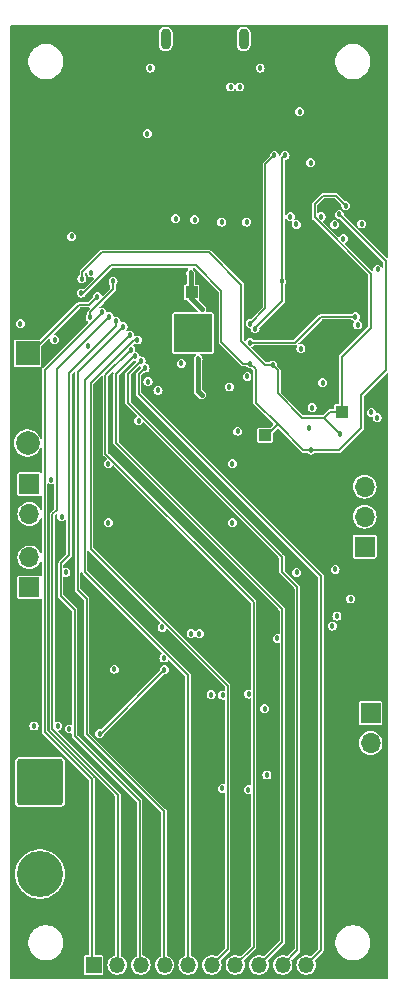
<source format=gbr>
%TF.GenerationSoftware,KiCad,Pcbnew,8.0.7*%
%TF.CreationDate,2025-01-08T02:29:51-05:00*%
%TF.ProjectId,active-drag-system-minimal,61637469-7665-42d6-9472-61672d737973,rev?*%
%TF.SameCoordinates,Original*%
%TF.FileFunction,Copper,L4,Bot*%
%TF.FilePolarity,Positive*%
%FSLAX46Y46*%
G04 Gerber Fmt 4.6, Leading zero omitted, Abs format (unit mm)*
G04 Created by KiCad (PCBNEW 8.0.7) date 2025-01-08 02:29:51*
%MOMM*%
%LPD*%
G01*
G04 APERTURE LIST*
G04 Aperture macros list*
%AMRoundRect*
0 Rectangle with rounded corners*
0 $1 Rounding radius*
0 $2 $3 $4 $5 $6 $7 $8 $9 X,Y pos of 4 corners*
0 Add a 4 corners polygon primitive as box body*
4,1,4,$2,$3,$4,$5,$6,$7,$8,$9,$2,$3,0*
0 Add four circle primitives for the rounded corners*
1,1,$1+$1,$2,$3*
1,1,$1+$1,$4,$5*
1,1,$1+$1,$6,$7*
1,1,$1+$1,$8,$9*
0 Add four rect primitives between the rounded corners*
20,1,$1+$1,$2,$3,$4,$5,0*
20,1,$1+$1,$4,$5,$6,$7,0*
20,1,$1+$1,$6,$7,$8,$9,0*
20,1,$1+$1,$8,$9,$2,$3,0*%
G04 Aperture macros list end*
%TA.AperFunction,ComponentPad*%
%ADD10R,1.700000X1.700000*%
%TD*%
%TA.AperFunction,ComponentPad*%
%ADD11O,1.700000X1.700000*%
%TD*%
%TA.AperFunction,ComponentPad*%
%ADD12RoundRect,0.250002X-1.699998X1.699998X-1.699998X-1.699998X1.699998X-1.699998X1.699998X1.699998X0*%
%TD*%
%TA.AperFunction,ComponentPad*%
%ADD13C,3.900000*%
%TD*%
%TA.AperFunction,ComponentPad*%
%ADD14R,1.350000X1.350000*%
%TD*%
%TA.AperFunction,ComponentPad*%
%ADD15O,1.350000X1.350000*%
%TD*%
%TA.AperFunction,HeatsinkPad*%
%ADD16C,0.457200*%
%TD*%
%TA.AperFunction,HeatsinkPad*%
%ADD17R,3.200000X3.200000*%
%TD*%
%TA.AperFunction,ComponentPad*%
%ADD18O,0.900000X1.800000*%
%TD*%
%TA.AperFunction,SMDPad,CuDef*%
%ADD19R,1.000000X1.000000*%
%TD*%
%TA.AperFunction,ComponentPad*%
%ADD20R,2.000000X2.000000*%
%TD*%
%TA.AperFunction,ComponentPad*%
%ADD21C,2.000000*%
%TD*%
%TA.AperFunction,ViaPad*%
%ADD22C,0.457200*%
%TD*%
%TA.AperFunction,Conductor*%
%ADD23C,0.150000*%
%TD*%
%TA.AperFunction,Conductor*%
%ADD24C,0.127000*%
%TD*%
%TA.AperFunction,Conductor*%
%ADD25C,0.400000*%
%TD*%
%TA.AperFunction,Conductor*%
%ADD26C,0.200000*%
%TD*%
G04 APERTURE END LIST*
D10*
%TO.P,J5,1,Pin_1*%
%TO.N,/MCU_RP2040/UART0_TX*%
X133600000Y-99775000D03*
D11*
%TO.P,J5,2,Pin_2*%
%TO.N,/MCU_RP2040/UART0_RX*%
X133600000Y-102315000D03*
%TD*%
D12*
%TO.P,J2,1,Pin_1*%
%TO.N,/VBAT*%
X134500000Y-125000000D03*
D13*
%TO.P,J2,2,Pin_2*%
%TO.N,GND*%
X134500000Y-132800000D03*
%TD*%
D10*
%TO.P,J6,1,Pin_1*%
%TO.N,/MCU_RP2040/I2C1_SCL*%
X133600000Y-108525000D03*
D11*
%TO.P,J6,2,Pin_2*%
%TO.N,/MCU_RP2040/I2C1_SDA*%
X133600000Y-105985000D03*
%TD*%
D14*
%TO.P,J4,1,Pin_1*%
%TO.N,/MCU_RP2040/GPIO1*%
X139050000Y-140500000D03*
D15*
%TO.P,J4,2,Pin_2*%
%TO.N,/MCU_RP2040/GPIO2*%
X141050000Y-140500000D03*
%TO.P,J4,3,Pin_3*%
%TO.N,/MCU_RP2040/GPIO3*%
X143050000Y-140500000D03*
%TO.P,J4,4,Pin_4*%
%TO.N,/MCU_RP2040/GPIO4*%
X145050000Y-140500000D03*
%TO.P,J4,5,Pin_5*%
%TO.N,/MCU_RP2040/GPIO6*%
X147050000Y-140500000D03*
%TO.P,J4,6,Pin_6*%
%TO.N,/MCU_RP2040/GPIO7*%
X149050000Y-140500000D03*
%TO.P,J4,7,Pin_7*%
%TO.N,/MCU_RP2040/GPIO8*%
X151050000Y-140500000D03*
%TO.P,J4,8,Pin_8*%
%TO.N,/MCU_RP2040/GPIO9*%
X153050000Y-140500000D03*
%TO.P,J4,9,Pin_9*%
%TO.N,/MCU_RP2040/GPIO10*%
X155050000Y-140500000D03*
%TO.P,J4,10,Pin_10*%
%TO.N,/MCU_RP2040/GPIO11*%
X157050000Y-140500000D03*
%TD*%
D16*
%TO.P,U1,57,GND*%
%TO.N,GND*%
X146212500Y-85750000D03*
X146212500Y-87000000D03*
X146212500Y-88250000D03*
X147462500Y-85750000D03*
X147462500Y-87000000D03*
D17*
X147462500Y-87000000D03*
D16*
X147462500Y-88250000D03*
X148712500Y-85750000D03*
X148712500Y-87000000D03*
X148712500Y-88250000D03*
%TD*%
D10*
%TO.P,J1,1,Pin_1*%
%TO.N,/+5V*%
X162500000Y-119160000D03*
D11*
%TO.P,J1,2,Pin_2*%
%TO.N,GND*%
X162500000Y-121700000D03*
%TD*%
D10*
%TO.P,J8,1,Pin_1*%
%TO.N,/MCU_RP2040/SWCLK*%
X162000000Y-105080000D03*
D11*
%TO.P,J8,2,Pin_2*%
%TO.N,GND*%
X162000000Y-102540000D03*
%TO.P,J8,3,Pin_3*%
%TO.N,/MCU_RP2040/SWDIO*%
X162000000Y-100000000D03*
%TD*%
D18*
%TO.P,J3,S5,SHIELD__4*%
%TO.N,GND*%
X151750000Y-62100000D03*
%TO.P,J3,S6,SHIELD__5*%
X145150000Y-62100000D03*
%TD*%
D19*
%TO.P,TP3,1,1*%
%TO.N,/MCU_RP2040/I2C0_SDA*%
X153550000Y-95650000D03*
%TD*%
%TO.P,TP2,1,1*%
%TO.N,/MCU_RP2040/I2C0_SCL*%
X160050000Y-93650000D03*
%TD*%
%TO.P,TP1,1,1*%
%TO.N,+1V1*%
X147350000Y-83550000D03*
%TD*%
D20*
%TO.P,BZ1,1,+*%
%TO.N,/MCU_RP2040/BUZZ_OUT*%
X133450000Y-88700000D03*
D21*
%TO.P,BZ1,2,-*%
%TO.N,GND*%
X133450000Y-96300000D03*
%TD*%
D22*
%TO.N,GND*%
X161750000Y-77750000D03*
X156250000Y-107250000D03*
X146000000Y-77300000D03*
X146462500Y-89562500D03*
X160200000Y-79000000D03*
X137000000Y-120500000D03*
X137200000Y-78800000D03*
X154975000Y-82625000D03*
X159247800Y-111800000D03*
X163050000Y-94150000D03*
X135750000Y-87550000D03*
X138750000Y-85650000D03*
X153150000Y-64550000D03*
X155700000Y-77150000D03*
X136350000Y-102550000D03*
X148997800Y-117600000D03*
X152169586Y-117549874D03*
X138600000Y-88100000D03*
X140300000Y-103050000D03*
X140300000Y-98050000D03*
X159500000Y-107000000D03*
X143850000Y-64550000D03*
X143650000Y-91100000D03*
X151250000Y-95300000D03*
X157250000Y-95050000D03*
X155250000Y-71950000D03*
X152000000Y-77600000D03*
X150800000Y-103050000D03*
X160797800Y-109500000D03*
X161400000Y-86300000D03*
X150800000Y-98050000D03*
X149969586Y-117649874D03*
X153519460Y-118800000D03*
X135450000Y-99400000D03*
X158450000Y-91200000D03*
X149900000Y-77600000D03*
X156200000Y-77800000D03*
X159450000Y-77800000D03*
X149949688Y-125543699D03*
X157425001Y-72575001D03*
X136700000Y-107250000D03*
X156500000Y-68250000D03*
X154597800Y-112850000D03*
X134000000Y-120250000D03*
X138850000Y-81900000D03*
X163100000Y-81600000D03*
X157550000Y-93300000D03*
X153719460Y-124400000D03*
X156600000Y-88300000D03*
X143600000Y-70100000D03*
X159647800Y-110950000D03*
X140700000Y-82600000D03*
X142850000Y-94400000D03*
X145000000Y-114500000D03*
X144847800Y-111900000D03*
X152143387Y-125650000D03*
X136000000Y-120250000D03*
X147600000Y-77400000D03*
X140804164Y-115450000D03*
X152050000Y-90650000D03*
X152713094Y-86613094D03*
X132850000Y-86200000D03*
X144500000Y-91850000D03*
X162550000Y-93700000D03*
%TO.N,/MCU_RP2040/BUZZ_OUT*%
X139350000Y-83900000D03*
%TO.N,+1V1*%
X147262500Y-81937500D03*
X148187500Y-92200000D03*
X148200000Y-84949998D03*
X147900000Y-89200000D03*
%TO.N,/MCU_RP2040/I2C0_SCL*%
X159950000Y-95531502D03*
X160400000Y-76200000D03*
X138050000Y-82400000D03*
X154200000Y-89700000D03*
%TO.N,/MCU_RP2040/I2C0_SDA*%
X138000000Y-83600000D03*
X157450000Y-96900000D03*
X152323231Y-89576769D03*
X159850000Y-76950000D03*
%TO.N,Net-(U3-PG)*%
X139547800Y-120900000D03*
X145047800Y-115500000D03*
%TO.N,/MCU_RP2040/LED_OUT*%
X154350000Y-71950000D03*
X152300000Y-86200000D03*
%TO.N,/MG*%
X161200000Y-85600000D03*
X152300000Y-87800000D03*
%TO.N,/+3V3*%
X152150000Y-85300000D03*
X156150000Y-92300000D03*
X162697800Y-108300000D03*
X162197800Y-114800000D03*
X162847800Y-114200000D03*
%TO.N,/VBUS*%
X150650000Y-66150000D03*
X147997800Y-112450000D03*
X147297800Y-112450000D03*
X151400000Y-66150000D03*
%TO.N,/MAG*%
X158304481Y-77145519D03*
X150550000Y-91550000D03*
%TO.N,/MCU_RP2040/GPIO2*%
X140350000Y-85600000D03*
%TO.N,/MCU_RP2040/GPIO10*%
X143059627Y-89345403D03*
%TO.N,/MCU_RP2040/GPIO4*%
X141550000Y-86450000D03*
%TO.N,/MCU_RP2040/GPIO8*%
X142200000Y-88430600D03*
%TO.N,/MCU_RP2040/GPIO6*%
X142100000Y-87150000D03*
%TO.N,/MCU_RP2040/GPIO7*%
X142750000Y-87569400D03*
%TO.N,/MCU_RP2040/GPIO9*%
X142550000Y-88950000D03*
%TO.N,/MCU_RP2040/GPIO11*%
X143400000Y-89950000D03*
%TO.N,/MCU_RP2040/GPIO3*%
X140950000Y-86000000D03*
%TO.N,/MCU_RP2040/GPIO1*%
X139750000Y-85250000D03*
%TD*%
D23*
%TO.N,GND*%
X155250000Y-71950000D02*
X155000000Y-72200000D01*
X155000000Y-72200000D02*
X155000000Y-84300000D01*
X138750000Y-85250000D02*
X140700000Y-83300000D01*
X152713094Y-86586906D02*
X152713094Y-86613094D01*
X155000000Y-84300000D02*
X152713094Y-86586906D01*
X138750000Y-85650000D02*
X138750000Y-85250000D01*
X140700000Y-83300000D02*
X140700000Y-82600000D01*
%TO.N,/MCU_RP2040/BUZZ_OUT*%
X138650000Y-84600000D02*
X137800000Y-84600000D01*
X139350000Y-83900000D02*
X138650000Y-84600000D01*
X137800000Y-84600000D02*
X133800000Y-88600000D01*
D24*
X133800000Y-88600000D02*
X133800000Y-88700000D01*
D25*
%TO.N,+1V1*%
X147262500Y-84012498D02*
X148200000Y-84949998D01*
X147900000Y-89200000D02*
X147900000Y-91912500D01*
X147262500Y-83300000D02*
X147262500Y-84012498D01*
X147900000Y-91912500D02*
X148187500Y-92200000D01*
X147262500Y-81937500D02*
X147262500Y-83300000D01*
D23*
%TO.N,/MCU_RP2040/I2C0_SCL*%
X162500000Y-86550000D02*
X162500000Y-81950000D01*
X154200000Y-89700000D02*
X153550000Y-89700000D01*
X160050000Y-89000000D02*
X162500000Y-86550000D01*
X154650000Y-90150000D02*
X154650000Y-92100000D01*
X158568498Y-94150000D02*
X159950000Y-95531502D01*
X158568498Y-94150000D02*
X159068498Y-93650000D01*
X153550000Y-89700000D02*
X151550000Y-87700000D01*
X151550000Y-87700000D02*
X151550000Y-82900000D01*
X160050000Y-93650000D02*
X160050000Y-89000000D01*
X154650000Y-92100000D02*
X156700000Y-94150000D01*
X157750000Y-76100000D02*
X158500000Y-75350000D01*
X159068498Y-93650000D02*
X160050000Y-93650000D01*
X151550000Y-82900000D02*
X148800000Y-80150000D01*
X157750000Y-77200000D02*
X157750000Y-76100000D01*
X158500000Y-75350000D02*
X159550000Y-75350000D01*
X156700000Y-94150000D02*
X158568498Y-94150000D01*
X154200000Y-89700000D02*
X154650000Y-90150000D01*
X162500000Y-81950000D02*
X157750000Y-77200000D01*
X148800000Y-80150000D02*
X139750000Y-80150000D01*
X139750000Y-80150000D02*
X138100000Y-81800000D01*
X138100000Y-81800000D02*
X138100000Y-82350000D01*
X159550000Y-75350000D02*
X160400000Y-76200000D01*
%TO.N,/MCU_RP2040/I2C0_SDA*%
X154625000Y-94725000D02*
X153700000Y-95650000D01*
X163800000Y-80900000D02*
X159850000Y-76950000D01*
X138150000Y-83600000D02*
X138000000Y-83600000D01*
X157450000Y-96900000D02*
X156800000Y-96900000D01*
X152800000Y-90053538D02*
X152323231Y-89576769D01*
X149850000Y-83400000D02*
X147700000Y-81250000D01*
X159850000Y-96900000D02*
X161700000Y-95050000D01*
X156800000Y-96900000D02*
X154625000Y-94725000D01*
X152800000Y-92900000D02*
X152800000Y-90053538D01*
X152323231Y-89576769D02*
X151676769Y-89576769D01*
X149850000Y-87750000D02*
X149850000Y-83400000D01*
X163800000Y-90150000D02*
X163800000Y-80900000D01*
X161700000Y-92250000D02*
X163800000Y-90150000D01*
X154625000Y-94725000D02*
X152800000Y-92900000D01*
X161700000Y-95050000D02*
X161700000Y-92250000D01*
X153700000Y-95650000D02*
X153550000Y-95650000D01*
X157450000Y-96900000D02*
X159850000Y-96900000D01*
X140500000Y-81250000D02*
X138150000Y-83600000D01*
X151676769Y-89576769D02*
X149850000Y-87750000D01*
X147700000Y-81250000D02*
X140500000Y-81250000D01*
D26*
%TO.N,Net-(U3-PG)*%
X139647800Y-120900000D02*
X145047800Y-115500000D01*
X139547800Y-120900000D02*
X139647800Y-120900000D01*
D23*
%TO.N,/MCU_RP2040/LED_OUT*%
X152308961Y-86200000D02*
X152300000Y-86200000D01*
X153600000Y-72700000D02*
X153600000Y-84908961D01*
X154350000Y-71950000D02*
X153600000Y-72700000D01*
X153600000Y-84908961D02*
X152308961Y-86200000D01*
%TO.N,/MG*%
X158300000Y-85600000D02*
X161200000Y-85600000D01*
X156100000Y-87800000D02*
X158300000Y-85600000D01*
X152300000Y-87800000D02*
X156100000Y-87800000D01*
%TO.N,/+3V3*%
X150650000Y-72350000D02*
X150700000Y-72300000D01*
X152000000Y-86550000D02*
X151869400Y-86419400D01*
X152350000Y-91350000D02*
X152480600Y-91219400D01*
X151869400Y-86419400D02*
X151869400Y-85580600D01*
X152480600Y-91219400D02*
X152480600Y-90330600D01*
X152480600Y-90330600D02*
X152450000Y-90300000D01*
X151869400Y-85580600D02*
X152100000Y-85350000D01*
%TO.N,/MCU_RP2040/GPIO2*%
X135950000Y-90000000D02*
X135950000Y-101941039D01*
X135950000Y-101941039D02*
X135550000Y-102341039D01*
X135550000Y-120525000D02*
X141100000Y-126075000D01*
X141100000Y-140450000D02*
X141050000Y-140500000D01*
X140350000Y-85600000D02*
X135950000Y-90000000D01*
X141100000Y-126075000D02*
X141100000Y-140450000D01*
X135550000Y-102341039D02*
X135550000Y-120525000D01*
%TO.N,/MCU_RP2040/GPIO10*%
X156300000Y-108500000D02*
X156300000Y-139250000D01*
X156300000Y-139250000D02*
X155050000Y-140500000D01*
X155000000Y-107200000D02*
X156300000Y-108500000D01*
X155000000Y-105941039D02*
X155000000Y-107200000D01*
X141950000Y-90455030D02*
X141950000Y-92891039D01*
X143059627Y-89345403D02*
X141950000Y-90455030D01*
X141950000Y-92891039D02*
X155000000Y-105941039D01*
%TO.N,/MCU_RP2040/GPIO4*%
X141550000Y-86450000D02*
X137700000Y-90300000D01*
X137700000Y-90800000D02*
X137707600Y-90807600D01*
X137707600Y-90807600D02*
X137707600Y-108757600D01*
X145000000Y-127450000D02*
X145000000Y-140450000D01*
X145000000Y-140450000D02*
X145050000Y-140500000D01*
X138450000Y-109500000D02*
X138450000Y-120900000D01*
X137700000Y-90300000D02*
X137700000Y-90800000D01*
X137707600Y-108757600D02*
X138450000Y-109500000D01*
X138450000Y-120900000D02*
X145000000Y-127450000D01*
%TO.N,/MCU_RP2040/GPIO8*%
X152600186Y-109741225D02*
X152600186Y-138949814D01*
X140050000Y-97191039D02*
X152600186Y-109741225D01*
X142200000Y-88430600D02*
X140050000Y-90580600D01*
X152600186Y-138949814D02*
X151050000Y-140500000D01*
X140050000Y-90580600D02*
X140050000Y-97191039D01*
%TO.N,/MCU_RP2040/GPIO6*%
X138300000Y-107191039D02*
X147050000Y-115941039D01*
X147050000Y-115941039D02*
X147050000Y-140500000D01*
X142100000Y-87150000D02*
X138300000Y-90950000D01*
X138300000Y-90950000D02*
X138300000Y-107191039D01*
%TO.N,/MCU_RP2040/GPIO7*%
X138800000Y-91221639D02*
X138800000Y-105243239D01*
X150400186Y-116843425D02*
X150400186Y-139149814D01*
X150400186Y-139149814D02*
X149050000Y-140500000D01*
X142750000Y-87569400D02*
X142452239Y-87569400D01*
X142452239Y-87569400D02*
X138800000Y-91221639D01*
X138800000Y-105243239D02*
X150400186Y-116843425D01*
%TO.N,/MCU_RP2040/GPIO9*%
X155028400Y-110378400D02*
X155028400Y-138521600D01*
X140950000Y-90500000D02*
X140950000Y-96300000D01*
X155028400Y-138521600D02*
X153050000Y-140500000D01*
X142550000Y-88950000D02*
X142500000Y-88950000D01*
X142500000Y-88950000D02*
X140950000Y-90500000D01*
X140950000Y-96300000D02*
X155028400Y-110378400D01*
%TO.N,/MCU_RP2040/GPIO11*%
X142850000Y-92150000D02*
X150750000Y-100050000D01*
X142850000Y-90500000D02*
X142850000Y-92150000D01*
X150750000Y-100050000D02*
X150800000Y-100050000D01*
X150800000Y-100050000D02*
X158300000Y-107550000D01*
X158300000Y-107550000D02*
X158300000Y-139250000D01*
X158300000Y-139250000D02*
X157050000Y-140500000D01*
X143400000Y-89950000D02*
X142850000Y-90500000D01*
%TO.N,/MCU_RP2040/GPIO3*%
X137430600Y-121080600D02*
X142950000Y-126600000D01*
X136269400Y-109269400D02*
X137430600Y-110430600D01*
X137430600Y-110430600D02*
X137430600Y-121080600D01*
X136950000Y-105700000D02*
X137000000Y-105750000D01*
X137000000Y-105750000D02*
X136269400Y-106480600D01*
X142950000Y-140400000D02*
X143050000Y-140500000D01*
X140950000Y-86000000D02*
X140950000Y-86358961D01*
X142950000Y-126600000D02*
X142950000Y-140400000D01*
X136269400Y-106480600D02*
X136269400Y-109269400D01*
X136950000Y-90358961D02*
X136950000Y-105700000D01*
X140950000Y-86358961D02*
X136950000Y-90358961D01*
%TO.N,/MCU_RP2040/GPIO1*%
X138900000Y-124750000D02*
X138900000Y-140350000D01*
X134900000Y-90108961D02*
X134900000Y-120750000D01*
X139750000Y-85250000D02*
X139750000Y-85258961D01*
X138900000Y-140350000D02*
X139050000Y-140500000D01*
X139750000Y-85258961D02*
X134900000Y-90108961D01*
X134900000Y-120750000D02*
X138900000Y-124750000D01*
%TD*%
%TA.AperFunction,Conductor*%
%TO.N,/+3V3*%
G36*
X163977826Y-60922174D02*
G01*
X163999500Y-60974500D01*
X163999500Y-80601943D01*
X163977826Y-80654269D01*
X163925500Y-80675943D01*
X163873174Y-80654269D01*
X160968905Y-77750000D01*
X161366174Y-77750000D01*
X161384960Y-77868609D01*
X161384961Y-77868614D01*
X161439476Y-77975605D01*
X161524394Y-78060523D01*
X161631385Y-78115038D01*
X161631388Y-78115038D01*
X161631391Y-78115040D01*
X161750000Y-78133826D01*
X161868609Y-78115040D01*
X161868612Y-78115038D01*
X161868614Y-78115038D01*
X161975605Y-78060523D01*
X161975604Y-78060523D01*
X161975607Y-78060522D01*
X162060522Y-77975607D01*
X162065907Y-77965038D01*
X162115038Y-77868614D01*
X162115038Y-77868612D01*
X162115040Y-77868609D01*
X162133826Y-77750000D01*
X162115040Y-77631391D01*
X162115038Y-77631388D01*
X162115038Y-77631385D01*
X162060523Y-77524394D01*
X161975605Y-77439476D01*
X161868614Y-77384961D01*
X161868609Y-77384960D01*
X161750000Y-77366174D01*
X161631390Y-77384960D01*
X161631385Y-77384961D01*
X161524394Y-77439476D01*
X161439476Y-77524394D01*
X161384961Y-77631385D01*
X161384960Y-77631390D01*
X161366174Y-77750000D01*
X160968905Y-77750000D01*
X160251610Y-77032705D01*
X160229936Y-76980379D01*
X160230845Y-76968815D01*
X160233826Y-76950000D01*
X160215040Y-76831391D01*
X160215038Y-76831388D01*
X160215038Y-76831385D01*
X160160523Y-76724394D01*
X160075605Y-76639476D01*
X159968614Y-76584961D01*
X159968609Y-76584960D01*
X159850000Y-76566174D01*
X159731390Y-76584960D01*
X159731385Y-76584961D01*
X159624394Y-76639476D01*
X159539476Y-76724394D01*
X159484961Y-76831385D01*
X159484960Y-76831390D01*
X159466174Y-76950000D01*
X159484960Y-77068609D01*
X159484961Y-77068614D01*
X159539476Y-77175605D01*
X159624394Y-77260523D01*
X159731385Y-77315038D01*
X159731388Y-77315038D01*
X159731391Y-77315040D01*
X159850000Y-77333826D01*
X159868803Y-77330847D01*
X159923873Y-77344067D01*
X159932705Y-77351610D01*
X163552826Y-80971731D01*
X163574500Y-81024057D01*
X163574500Y-81387985D01*
X163552826Y-81440311D01*
X163500500Y-81461985D01*
X163448174Y-81440311D01*
X163434566Y-81421580D01*
X163410523Y-81374395D01*
X163410523Y-81374394D01*
X163325605Y-81289476D01*
X163218614Y-81234961D01*
X163218609Y-81234960D01*
X163100000Y-81216174D01*
X162981390Y-81234960D01*
X162981385Y-81234961D01*
X162874394Y-81289476D01*
X162789476Y-81374394D01*
X162734961Y-81481385D01*
X162734960Y-81481390D01*
X162716174Y-81600000D01*
X162716174Y-81600001D01*
X162727079Y-81668857D01*
X162713857Y-81723929D01*
X162665565Y-81753521D01*
X162610493Y-81740299D01*
X162601664Y-81732758D01*
X160334543Y-79465638D01*
X160312869Y-79413312D01*
X160334543Y-79360986D01*
X160353272Y-79347378D01*
X160425607Y-79310522D01*
X160510522Y-79225607D01*
X160512355Y-79222008D01*
X160565038Y-79118614D01*
X160565038Y-79118612D01*
X160565040Y-79118609D01*
X160583826Y-79000000D01*
X160565040Y-78881391D01*
X160565038Y-78881388D01*
X160565038Y-78881385D01*
X160510523Y-78774394D01*
X160425605Y-78689476D01*
X160318614Y-78634961D01*
X160318609Y-78634960D01*
X160200000Y-78616174D01*
X160081390Y-78634960D01*
X160081385Y-78634961D01*
X159974394Y-78689476D01*
X159889478Y-78774392D01*
X159852623Y-78846726D01*
X159809556Y-78883509D01*
X159753093Y-78879066D01*
X159734362Y-78865457D01*
X158668906Y-77800000D01*
X159066174Y-77800000D01*
X159084960Y-77918609D01*
X159084961Y-77918614D01*
X159139476Y-78025605D01*
X159224394Y-78110523D01*
X159331385Y-78165038D01*
X159331388Y-78165038D01*
X159331391Y-78165040D01*
X159450000Y-78183826D01*
X159568609Y-78165040D01*
X159568612Y-78165038D01*
X159568614Y-78165038D01*
X159675605Y-78110523D01*
X159675604Y-78110523D01*
X159675607Y-78110522D01*
X159760522Y-78025607D01*
X159762355Y-78022008D01*
X159815038Y-77918614D01*
X159815038Y-77918612D01*
X159815040Y-77918609D01*
X159833826Y-77800000D01*
X159815040Y-77681391D01*
X159815038Y-77681388D01*
X159815038Y-77681385D01*
X159760523Y-77574394D01*
X159675605Y-77489476D01*
X159568614Y-77434961D01*
X159568609Y-77434960D01*
X159450000Y-77416174D01*
X159331390Y-77434960D01*
X159331385Y-77434961D01*
X159224394Y-77489476D01*
X159139476Y-77574394D01*
X159084961Y-77681385D01*
X159084960Y-77681390D01*
X159066174Y-77800000D01*
X158668906Y-77800000D01*
X158466210Y-77597304D01*
X158444536Y-77544978D01*
X158466210Y-77492652D01*
X158484937Y-77479046D01*
X158530088Y-77456041D01*
X158615003Y-77371126D01*
X158646307Y-77309688D01*
X158669519Y-77264133D01*
X158669519Y-77264131D01*
X158669521Y-77264128D01*
X158688307Y-77145519D01*
X158669521Y-77026910D01*
X158669519Y-77026907D01*
X158669519Y-77026904D01*
X158615004Y-76919913D01*
X158530086Y-76834995D01*
X158423095Y-76780480D01*
X158423090Y-76780479D01*
X158304481Y-76761693D01*
X158185871Y-76780478D01*
X158083095Y-76832846D01*
X158026633Y-76837289D01*
X157983565Y-76800506D01*
X157975500Y-76766911D01*
X157975500Y-76224057D01*
X157997174Y-76171731D01*
X158571731Y-75597174D01*
X158624057Y-75575500D01*
X159425943Y-75575500D01*
X159478269Y-75597174D01*
X159998389Y-76117294D01*
X160020063Y-76169620D01*
X160019152Y-76181195D01*
X160016174Y-76199999D01*
X160034960Y-76318609D01*
X160034961Y-76318614D01*
X160089476Y-76425605D01*
X160174394Y-76510523D01*
X160281385Y-76565038D01*
X160281388Y-76565038D01*
X160281391Y-76565040D01*
X160400000Y-76583826D01*
X160518609Y-76565040D01*
X160518612Y-76565038D01*
X160518614Y-76565038D01*
X160625605Y-76510523D01*
X160625604Y-76510523D01*
X160625607Y-76510522D01*
X160710522Y-76425607D01*
X160712355Y-76422008D01*
X160765038Y-76318614D01*
X160765038Y-76318612D01*
X160765040Y-76318609D01*
X160783826Y-76200000D01*
X160765040Y-76081391D01*
X160765038Y-76081388D01*
X160765038Y-76081385D01*
X160710523Y-75974394D01*
X160625605Y-75889476D01*
X160518614Y-75834961D01*
X160518609Y-75834960D01*
X160400000Y-75816174D01*
X160381195Y-75819152D01*
X160326123Y-75805929D01*
X160317294Y-75798389D01*
X159751578Y-75232673D01*
X159751578Y-75232672D01*
X159677738Y-75158832D01*
X159677737Y-75158831D01*
X159677736Y-75158830D01*
X159677732Y-75158828D01*
X159653458Y-75148773D01*
X159653458Y-75148772D01*
X159594855Y-75124499D01*
X159505145Y-75124499D01*
X159496533Y-75124499D01*
X159496525Y-75124500D01*
X158455145Y-75124500D01*
X158372266Y-75158828D01*
X158372263Y-75158831D01*
X157558830Y-75972263D01*
X157548774Y-75996536D01*
X157548775Y-75996537D01*
X157524499Y-76055146D01*
X157524499Y-76153466D01*
X157524500Y-76153475D01*
X157524500Y-77149173D01*
X157524499Y-77149187D01*
X157524499Y-77244856D01*
X157548773Y-77303458D01*
X157558829Y-77327734D01*
X157558832Y-77327738D01*
X157632671Y-77401577D01*
X157632673Y-77401578D01*
X162252826Y-82021731D01*
X162274500Y-82074057D01*
X162274500Y-86425942D01*
X162252826Y-86478268D01*
X159858829Y-88872265D01*
X159855037Y-88881421D01*
X159824499Y-88955145D01*
X159824499Y-89053466D01*
X159824500Y-89053475D01*
X159824500Y-92925500D01*
X159802826Y-92977826D01*
X159750500Y-92999500D01*
X159535180Y-92999500D01*
X159513229Y-93003866D01*
X159491277Y-93008233D01*
X159441496Y-93041495D01*
X159441495Y-93041496D01*
X159408233Y-93091277D01*
X159399500Y-93135180D01*
X159399500Y-93350500D01*
X159377826Y-93402826D01*
X159325500Y-93424500D01*
X159121973Y-93424500D01*
X159121965Y-93424499D01*
X159113353Y-93424499D01*
X159023644Y-93424499D01*
X158975092Y-93444608D01*
X158975093Y-93444609D01*
X158940765Y-93458828D01*
X158940763Y-93458829D01*
X158877327Y-93522265D01*
X158496767Y-93902826D01*
X158444441Y-93924500D01*
X156824057Y-93924500D01*
X156771731Y-93902826D01*
X156168905Y-93300000D01*
X157166174Y-93300000D01*
X157184960Y-93418609D01*
X157184961Y-93418614D01*
X157239476Y-93525605D01*
X157324394Y-93610523D01*
X157431385Y-93665038D01*
X157431388Y-93665038D01*
X157431391Y-93665040D01*
X157550000Y-93683826D01*
X157668609Y-93665040D01*
X157668612Y-93665038D01*
X157668614Y-93665038D01*
X157775605Y-93610523D01*
X157775604Y-93610523D01*
X157775607Y-93610522D01*
X157860522Y-93525607D01*
X157886617Y-93474393D01*
X157915038Y-93418614D01*
X157915038Y-93418612D01*
X157915040Y-93418609D01*
X157933826Y-93300000D01*
X157915040Y-93181391D01*
X157915038Y-93181388D01*
X157915038Y-93181385D01*
X157860523Y-93074394D01*
X157775605Y-92989476D01*
X157668614Y-92934961D01*
X157668609Y-92934960D01*
X157550000Y-92916174D01*
X157431390Y-92934960D01*
X157431385Y-92934961D01*
X157324394Y-92989476D01*
X157239476Y-93074394D01*
X157184961Y-93181385D01*
X157184960Y-93181390D01*
X157166174Y-93300000D01*
X156168905Y-93300000D01*
X154897174Y-92028269D01*
X154875500Y-91975943D01*
X154875500Y-91200000D01*
X158066174Y-91200000D01*
X158084960Y-91318609D01*
X158084961Y-91318614D01*
X158139476Y-91425605D01*
X158224394Y-91510523D01*
X158331385Y-91565038D01*
X158331388Y-91565038D01*
X158331391Y-91565040D01*
X158450000Y-91583826D01*
X158568609Y-91565040D01*
X158568612Y-91565038D01*
X158568614Y-91565038D01*
X158675605Y-91510523D01*
X158675604Y-91510523D01*
X158675607Y-91510522D01*
X158760522Y-91425607D01*
X158801239Y-91345695D01*
X158815038Y-91318614D01*
X158815038Y-91318612D01*
X158815040Y-91318609D01*
X158833826Y-91200000D01*
X158815040Y-91081391D01*
X158815038Y-91081388D01*
X158815038Y-91081385D01*
X158760523Y-90974394D01*
X158675605Y-90889476D01*
X158568614Y-90834961D01*
X158568609Y-90834960D01*
X158450000Y-90816174D01*
X158331390Y-90834960D01*
X158331385Y-90834961D01*
X158224394Y-90889476D01*
X158139476Y-90974394D01*
X158084961Y-91081385D01*
X158084960Y-91081390D01*
X158066174Y-91200000D01*
X154875500Y-91200000D01*
X154875500Y-90203475D01*
X154875501Y-90203466D01*
X154875501Y-90105144D01*
X154842293Y-90024976D01*
X154842293Y-90024975D01*
X154841170Y-90022264D01*
X154773521Y-89954615D01*
X154773514Y-89954609D01*
X154601610Y-89782705D01*
X154579936Y-89730379D01*
X154580845Y-89718815D01*
X154583826Y-89700000D01*
X154565040Y-89581391D01*
X154565038Y-89581388D01*
X154565038Y-89581385D01*
X154510523Y-89474394D01*
X154425605Y-89389476D01*
X154318614Y-89334961D01*
X154318609Y-89334960D01*
X154200000Y-89316174D01*
X154081390Y-89334960D01*
X154081385Y-89334961D01*
X153974394Y-89389476D01*
X153911045Y-89452826D01*
X153858719Y-89474500D01*
X153674057Y-89474500D01*
X153621731Y-89452826D01*
X152434543Y-88265638D01*
X152412869Y-88213312D01*
X152434543Y-88160986D01*
X152453272Y-88147378D01*
X152525607Y-88110522D01*
X152588955Y-88047174D01*
X152641281Y-88025500D01*
X156046525Y-88025500D01*
X156046533Y-88025501D01*
X156055145Y-88025501D01*
X156144854Y-88025501D01*
X156144855Y-88025501D01*
X156174423Y-88013252D01*
X156231060Y-88013251D01*
X156271109Y-88053298D01*
X156271111Y-88109936D01*
X156268678Y-88115214D01*
X156234960Y-88181390D01*
X156216174Y-88300000D01*
X156234960Y-88418609D01*
X156234961Y-88418614D01*
X156289476Y-88525605D01*
X156374394Y-88610523D01*
X156481385Y-88665038D01*
X156481388Y-88665038D01*
X156481391Y-88665040D01*
X156600000Y-88683826D01*
X156718609Y-88665040D01*
X156718612Y-88665038D01*
X156718614Y-88665038D01*
X156825605Y-88610523D01*
X156825604Y-88610523D01*
X156825607Y-88610522D01*
X156910522Y-88525607D01*
X156938344Y-88471004D01*
X156965038Y-88418614D01*
X156965038Y-88418612D01*
X156965040Y-88418609D01*
X156983826Y-88300000D01*
X156965040Y-88181391D01*
X156965038Y-88181388D01*
X156965038Y-88181385D01*
X156910523Y-88074394D01*
X156825605Y-87989476D01*
X156718614Y-87934961D01*
X156718609Y-87934960D01*
X156600000Y-87916174D01*
X156475639Y-87935871D01*
X156475377Y-87934220D01*
X156425583Y-87930292D01*
X156388809Y-87887218D01*
X156393263Y-87830756D01*
X156406862Y-87812041D01*
X158371731Y-85847174D01*
X158424057Y-85825500D01*
X160858719Y-85825500D01*
X160911045Y-85847174D01*
X160974393Y-85910522D01*
X161035309Y-85941560D01*
X161068438Y-85958440D01*
X161105221Y-86001508D01*
X161100778Y-86057970D01*
X161092488Y-86069381D01*
X161092901Y-86069681D01*
X161089476Y-86074394D01*
X161034961Y-86181385D01*
X161034960Y-86181390D01*
X161016174Y-86300000D01*
X161034960Y-86418609D01*
X161034961Y-86418614D01*
X161089476Y-86525605D01*
X161174394Y-86610523D01*
X161281385Y-86665038D01*
X161281388Y-86665038D01*
X161281391Y-86665040D01*
X161400000Y-86683826D01*
X161518609Y-86665040D01*
X161518612Y-86665038D01*
X161518614Y-86665038D01*
X161625605Y-86610523D01*
X161625604Y-86610523D01*
X161625607Y-86610522D01*
X161710522Y-86525607D01*
X161730348Y-86486697D01*
X161765038Y-86418614D01*
X161765038Y-86418612D01*
X161765040Y-86418609D01*
X161783826Y-86300000D01*
X161765040Y-86181391D01*
X161765038Y-86181388D01*
X161765038Y-86181385D01*
X161710523Y-86074394D01*
X161625607Y-85989478D01*
X161614512Y-85983825D01*
X161531558Y-85941557D01*
X161494777Y-85898493D01*
X161499220Y-85842030D01*
X161507513Y-85830619D01*
X161507099Y-85830319D01*
X161510523Y-85825605D01*
X161565038Y-85718614D01*
X161565038Y-85718612D01*
X161565040Y-85718609D01*
X161583826Y-85600000D01*
X161565040Y-85481391D01*
X161565038Y-85481388D01*
X161565038Y-85481385D01*
X161510523Y-85374394D01*
X161425605Y-85289476D01*
X161318614Y-85234961D01*
X161318609Y-85234960D01*
X161200000Y-85216174D01*
X161081390Y-85234960D01*
X161081385Y-85234961D01*
X160974394Y-85289476D01*
X160911045Y-85352826D01*
X160858719Y-85374500D01*
X158353475Y-85374500D01*
X158353467Y-85374499D01*
X158344855Y-85374499D01*
X158255146Y-85374499D01*
X158225697Y-85386696D01*
X158225698Y-85386697D01*
X158172264Y-85408829D01*
X158172263Y-85408831D01*
X158108830Y-85472264D01*
X158108829Y-85472265D01*
X157064484Y-86516611D01*
X156028269Y-87552826D01*
X155975943Y-87574500D01*
X152641281Y-87574500D01*
X152588955Y-87552826D01*
X152525605Y-87489476D01*
X152418614Y-87434961D01*
X152418609Y-87434960D01*
X152300000Y-87416174D01*
X152181390Y-87434960D01*
X152181385Y-87434961D01*
X152074394Y-87489476D01*
X151989478Y-87574392D01*
X151952623Y-87646726D01*
X151909556Y-87683509D01*
X151853093Y-87679066D01*
X151834362Y-87665457D01*
X151797174Y-87628269D01*
X151775500Y-87575943D01*
X151775500Y-86252078D01*
X151797174Y-86199752D01*
X151800290Y-86198461D01*
X151898711Y-86198461D01*
X151901826Y-86199752D01*
X151922589Y-86240502D01*
X151934960Y-86318609D01*
X151934961Y-86318614D01*
X151989476Y-86425605D01*
X152074394Y-86510523D01*
X152181385Y-86565038D01*
X152181388Y-86565038D01*
X152181391Y-86565040D01*
X152265218Y-86578317D01*
X152272163Y-86579417D01*
X152320454Y-86609010D01*
X152333676Y-86640929D01*
X152348054Y-86731704D01*
X152348055Y-86731708D01*
X152402570Y-86838699D01*
X152487488Y-86923617D01*
X152594479Y-86978132D01*
X152594482Y-86978132D01*
X152594485Y-86978134D01*
X152713094Y-86996920D01*
X152831703Y-86978134D01*
X152831706Y-86978132D01*
X152831708Y-86978132D01*
X152938699Y-86923617D01*
X152938698Y-86923617D01*
X152938701Y-86923616D01*
X153023616Y-86838701D01*
X153050998Y-86784961D01*
X153078132Y-86731708D01*
X153078133Y-86731704D01*
X153078134Y-86731703D01*
X153096920Y-86613094D01*
X153090360Y-86571681D01*
X153103581Y-86516611D01*
X153111117Y-86507787D01*
X155191170Y-84427736D01*
X155225500Y-84344855D01*
X155225500Y-84255146D01*
X155225500Y-82941281D01*
X155247174Y-82888955D01*
X155258303Y-82877826D01*
X155285522Y-82850607D01*
X155298315Y-82825500D01*
X155340038Y-82743614D01*
X155340038Y-82743612D01*
X155340040Y-82743609D01*
X155358826Y-82625000D01*
X155340040Y-82506391D01*
X155340038Y-82506388D01*
X155340038Y-82506385D01*
X155285523Y-82399394D01*
X155247174Y-82361045D01*
X155225500Y-82308719D01*
X155225500Y-77362014D01*
X155247174Y-77309688D01*
X155299500Y-77288014D01*
X155351826Y-77309688D01*
X155365435Y-77328419D01*
X155389478Y-77375607D01*
X155474394Y-77460523D01*
X155581385Y-77515038D01*
X155581388Y-77515038D01*
X155581391Y-77515040D01*
X155700000Y-77533826D01*
X155785150Y-77520339D01*
X155840222Y-77533560D01*
X155869815Y-77581851D01*
X155862661Y-77627023D01*
X155834960Y-77681390D01*
X155816174Y-77800000D01*
X155834960Y-77918609D01*
X155834961Y-77918614D01*
X155889476Y-78025605D01*
X155974394Y-78110523D01*
X156081385Y-78165038D01*
X156081388Y-78165038D01*
X156081391Y-78165040D01*
X156200000Y-78183826D01*
X156318609Y-78165040D01*
X156318612Y-78165038D01*
X156318614Y-78165038D01*
X156425605Y-78110523D01*
X156425604Y-78110523D01*
X156425607Y-78110522D01*
X156510522Y-78025607D01*
X156512355Y-78022008D01*
X156565038Y-77918614D01*
X156565038Y-77918612D01*
X156565040Y-77918609D01*
X156583826Y-77800000D01*
X156565040Y-77681391D01*
X156565038Y-77681388D01*
X156565038Y-77681385D01*
X156510523Y-77574394D01*
X156425605Y-77489476D01*
X156318614Y-77434961D01*
X156318609Y-77434960D01*
X156200000Y-77416174D01*
X156114849Y-77429660D01*
X156059776Y-77416438D01*
X156030184Y-77368147D01*
X156037339Y-77322975D01*
X156044109Y-77309688D01*
X156065040Y-77268609D01*
X156083826Y-77150000D01*
X156065040Y-77031391D01*
X156065038Y-77031388D01*
X156065038Y-77031385D01*
X156010523Y-76924394D01*
X155925605Y-76839476D01*
X155818614Y-76784961D01*
X155818609Y-76784960D01*
X155700000Y-76766174D01*
X155581390Y-76784960D01*
X155581385Y-76784961D01*
X155474394Y-76839476D01*
X155389476Y-76924394D01*
X155389476Y-76924395D01*
X155365434Y-76971580D01*
X155322367Y-77008363D01*
X155265905Y-77003919D01*
X155229122Y-76960852D01*
X155225500Y-76937985D01*
X155225500Y-72575001D01*
X157041175Y-72575001D01*
X157059961Y-72693610D01*
X157059962Y-72693615D01*
X157114477Y-72800606D01*
X157199395Y-72885524D01*
X157306386Y-72940039D01*
X157306389Y-72940039D01*
X157306392Y-72940041D01*
X157425001Y-72958827D01*
X157543610Y-72940041D01*
X157543613Y-72940039D01*
X157543615Y-72940039D01*
X157650606Y-72885524D01*
X157650605Y-72885524D01*
X157650608Y-72885523D01*
X157735523Y-72800608D01*
X157750237Y-72771730D01*
X157790039Y-72693615D01*
X157790039Y-72693613D01*
X157790041Y-72693610D01*
X157808827Y-72575001D01*
X157790041Y-72456392D01*
X157790039Y-72456389D01*
X157790039Y-72456386D01*
X157735524Y-72349395D01*
X157650606Y-72264477D01*
X157543615Y-72209962D01*
X157543610Y-72209961D01*
X157425001Y-72191175D01*
X157306391Y-72209961D01*
X157306386Y-72209962D01*
X157199395Y-72264477D01*
X157114477Y-72349395D01*
X157059962Y-72456386D01*
X157059961Y-72456391D01*
X157041175Y-72575001D01*
X155225500Y-72575001D01*
X155225500Y-72400908D01*
X155247174Y-72348582D01*
X155287922Y-72327819D01*
X155368609Y-72315040D01*
X155368612Y-72315038D01*
X155368614Y-72315038D01*
X155475605Y-72260523D01*
X155475604Y-72260523D01*
X155475607Y-72260522D01*
X155560522Y-72175607D01*
X155613178Y-72072264D01*
X155615038Y-72068614D01*
X155615038Y-72068612D01*
X155615040Y-72068609D01*
X155633826Y-71950000D01*
X155615040Y-71831391D01*
X155615038Y-71831388D01*
X155615038Y-71831385D01*
X155560523Y-71724394D01*
X155475605Y-71639476D01*
X155368614Y-71584961D01*
X155368609Y-71584960D01*
X155250000Y-71566174D01*
X155131390Y-71584960D01*
X155131385Y-71584961D01*
X155024394Y-71639476D01*
X154939476Y-71724394D01*
X154884961Y-71831385D01*
X154884960Y-71831390D01*
X154873089Y-71906340D01*
X154843496Y-71954631D01*
X154788424Y-71967853D01*
X154740133Y-71938260D01*
X154726911Y-71906340D01*
X154725313Y-71896252D01*
X154715040Y-71831391D01*
X154715038Y-71831388D01*
X154715038Y-71831385D01*
X154660523Y-71724394D01*
X154575605Y-71639476D01*
X154468614Y-71584961D01*
X154468609Y-71584960D01*
X154350000Y-71566174D01*
X154231390Y-71584960D01*
X154231385Y-71584961D01*
X154124394Y-71639476D01*
X154039476Y-71724394D01*
X153984961Y-71831385D01*
X153984960Y-71831390D01*
X153984960Y-71831391D01*
X153966174Y-71950000D01*
X153969001Y-71967853D01*
X153969152Y-71968802D01*
X153955930Y-72023874D01*
X153948389Y-72032704D01*
X153472265Y-72508829D01*
X153408830Y-72572263D01*
X153398774Y-72596536D01*
X153398775Y-72596537D01*
X153374499Y-72655146D01*
X153374499Y-72753466D01*
X153374500Y-72753475D01*
X153374500Y-84784903D01*
X153352826Y-84837229D01*
X152390440Y-85799614D01*
X152338114Y-85821288D01*
X152326539Y-85820377D01*
X152300000Y-85816174D01*
X152181390Y-85834960D01*
X152181385Y-85834961D01*
X152074394Y-85889476D01*
X151989476Y-85974394D01*
X151934961Y-86081385D01*
X151934960Y-86081390D01*
X151922589Y-86159497D01*
X151898711Y-86198461D01*
X151800290Y-86198461D01*
X151800790Y-86198254D01*
X151789633Y-86191417D01*
X151775500Y-86147921D01*
X151775500Y-82855145D01*
X151775499Y-82855143D01*
X151741171Y-82772266D01*
X151741169Y-82772263D01*
X151677735Y-82708829D01*
X149001578Y-80032673D01*
X149001578Y-80032672D01*
X148927738Y-79958832D01*
X148927736Y-79958830D01*
X148927732Y-79958828D01*
X148903458Y-79948773D01*
X148903458Y-79948772D01*
X148844855Y-79924499D01*
X148755145Y-79924499D01*
X148746533Y-79924499D01*
X148746525Y-79924500D01*
X139705145Y-79924500D01*
X139622266Y-79958828D01*
X137908829Y-81672265D01*
X137908827Y-81672268D01*
X137900046Y-81693469D01*
X137900046Y-81693470D01*
X137874499Y-81755145D01*
X137874499Y-81853466D01*
X137874500Y-81853475D01*
X137874500Y-82018600D01*
X137852826Y-82070926D01*
X137834096Y-82084534D01*
X137824392Y-82089478D01*
X137739476Y-82174394D01*
X137684961Y-82281385D01*
X137684960Y-82281390D01*
X137666174Y-82400000D01*
X137684960Y-82518609D01*
X137684961Y-82518614D01*
X137739476Y-82625605D01*
X137824394Y-82710523D01*
X137931385Y-82765038D01*
X137931388Y-82765038D01*
X137931391Y-82765040D01*
X138050000Y-82783826D01*
X138168609Y-82765040D01*
X138168612Y-82765038D01*
X138168614Y-82765038D01*
X138275605Y-82710523D01*
X138275604Y-82710523D01*
X138275607Y-82710522D01*
X138360522Y-82625607D01*
X138373569Y-82600000D01*
X138415038Y-82518614D01*
X138415038Y-82518612D01*
X138415040Y-82518609D01*
X138433826Y-82400000D01*
X138415040Y-82281391D01*
X138415038Y-82281388D01*
X138415038Y-82281385D01*
X138360523Y-82174394D01*
X138347174Y-82161045D01*
X138325500Y-82108719D01*
X138325500Y-81952078D01*
X138347174Y-81899752D01*
X138399500Y-81878078D01*
X138451826Y-81899752D01*
X138472589Y-81940502D01*
X138484960Y-82018609D01*
X138484961Y-82018614D01*
X138539476Y-82125605D01*
X138624394Y-82210523D01*
X138731385Y-82265038D01*
X138731388Y-82265038D01*
X138731391Y-82265040D01*
X138850000Y-82283826D01*
X138968609Y-82265040D01*
X138968609Y-82265039D01*
X138974361Y-82264129D01*
X138974623Y-82265785D01*
X139024397Y-82269700D01*
X139061182Y-82312765D01*
X139056741Y-82369228D01*
X139043131Y-82387962D01*
X138207982Y-83223111D01*
X138155656Y-83244785D01*
X138122062Y-83236719D01*
X138118609Y-83234960D01*
X138118607Y-83234959D01*
X138118605Y-83234959D01*
X138000000Y-83216174D01*
X137881390Y-83234960D01*
X137881385Y-83234961D01*
X137774394Y-83289476D01*
X137689476Y-83374394D01*
X137634961Y-83481385D01*
X137634960Y-83481390D01*
X137616174Y-83600000D01*
X137634960Y-83718609D01*
X137634961Y-83718614D01*
X137689476Y-83825605D01*
X137774394Y-83910523D01*
X137881385Y-83965038D01*
X137881388Y-83965038D01*
X137881391Y-83965040D01*
X138000000Y-83983826D01*
X138118609Y-83965040D01*
X138118612Y-83965038D01*
X138118614Y-83965038D01*
X138225605Y-83910523D01*
X138225604Y-83910523D01*
X138225607Y-83910522D01*
X138310522Y-83825607D01*
X138365040Y-83718609D01*
X138365040Y-83718603D01*
X138366644Y-83713671D01*
X138384696Y-83684207D01*
X140571731Y-81497174D01*
X140624057Y-81475500D01*
X147025953Y-81475500D01*
X147078279Y-81497174D01*
X147099953Y-81549500D01*
X147078279Y-81601826D01*
X147059549Y-81615434D01*
X147051974Y-81619293D01*
X147036892Y-81626978D01*
X146951976Y-81711894D01*
X146897461Y-81818885D01*
X146897460Y-81818890D01*
X146878674Y-81937500D01*
X146897459Y-82056105D01*
X146897461Y-82056111D01*
X146903934Y-82068815D01*
X146912000Y-82102410D01*
X146912000Y-82825500D01*
X146890326Y-82877826D01*
X146838000Y-82899500D01*
X146835180Y-82899500D01*
X146813229Y-82903866D01*
X146791277Y-82908233D01*
X146741496Y-82941495D01*
X146741495Y-82941496D01*
X146708233Y-82991277D01*
X146707810Y-82993405D01*
X146699500Y-83035180D01*
X146699500Y-84064820D01*
X146708233Y-84108722D01*
X146741496Y-84158504D01*
X146791278Y-84191767D01*
X146835180Y-84200500D01*
X146924659Y-84200500D01*
X146976985Y-84222174D01*
X146980479Y-84226158D01*
X146982028Y-84227707D01*
X146982030Y-84227710D01*
X147478711Y-84724391D01*
X147839173Y-85084853D01*
X147852780Y-85103582D01*
X147872307Y-85141905D01*
X147876751Y-85198367D01*
X147839969Y-85241434D01*
X147806373Y-85249500D01*
X145847680Y-85249500D01*
X145825729Y-85253866D01*
X145803777Y-85258233D01*
X145753996Y-85291495D01*
X145753995Y-85291496D01*
X145720733Y-85341277D01*
X145712000Y-85385180D01*
X145712000Y-88614819D01*
X145720733Y-88658722D01*
X145724954Y-88665040D01*
X145753996Y-88708504D01*
X145803778Y-88741767D01*
X145847680Y-88750500D01*
X145847681Y-88750500D01*
X147638920Y-88750500D01*
X147691246Y-88772174D01*
X147712920Y-88824500D01*
X147691246Y-88876826D01*
X147678911Y-88885787D01*
X147679105Y-88886054D01*
X147674394Y-88889476D01*
X147589476Y-88974394D01*
X147534961Y-89081385D01*
X147534960Y-89081390D01*
X147516174Y-89200000D01*
X147534959Y-89318605D01*
X147534961Y-89318611D01*
X147541434Y-89331315D01*
X147549500Y-89364910D01*
X147549500Y-91958646D01*
X147565638Y-92018873D01*
X147565638Y-92018874D01*
X147573384Y-92047783D01*
X147573386Y-92047788D01*
X147619530Y-92127712D01*
X147826672Y-92334854D01*
X147840280Y-92353584D01*
X147876978Y-92425607D01*
X147961894Y-92510523D01*
X148068885Y-92565038D01*
X148068888Y-92565038D01*
X148068891Y-92565040D01*
X148187500Y-92583826D01*
X148306109Y-92565040D01*
X148306112Y-92565038D01*
X148306114Y-92565038D01*
X148413105Y-92510523D01*
X148413104Y-92510523D01*
X148413107Y-92510522D01*
X148498022Y-92425607D01*
X148524288Y-92374057D01*
X148552538Y-92318614D01*
X148552538Y-92318612D01*
X148552540Y-92318609D01*
X148571326Y-92200000D01*
X148552540Y-92081391D01*
X148552538Y-92081388D01*
X148552538Y-92081385D01*
X148498023Y-91974394D01*
X148413107Y-91889478D01*
X148341084Y-91852780D01*
X148322354Y-91839172D01*
X148272174Y-91788992D01*
X148250500Y-91736666D01*
X148250500Y-91550000D01*
X150166174Y-91550000D01*
X150184960Y-91668609D01*
X150184961Y-91668614D01*
X150239476Y-91775605D01*
X150324394Y-91860523D01*
X150431385Y-91915038D01*
X150431388Y-91915038D01*
X150431391Y-91915040D01*
X150550000Y-91933826D01*
X150668609Y-91915040D01*
X150668612Y-91915038D01*
X150668614Y-91915038D01*
X150775605Y-91860523D01*
X150775604Y-91860523D01*
X150775607Y-91860522D01*
X150860522Y-91775607D01*
X150864745Y-91767318D01*
X150915038Y-91668614D01*
X150915038Y-91668612D01*
X150915040Y-91668609D01*
X150933826Y-91550000D01*
X150915040Y-91431391D01*
X150915038Y-91431388D01*
X150915038Y-91431385D01*
X150860523Y-91324394D01*
X150775605Y-91239476D01*
X150668614Y-91184961D01*
X150668609Y-91184960D01*
X150550000Y-91166174D01*
X150431390Y-91184960D01*
X150431385Y-91184961D01*
X150324394Y-91239476D01*
X150239476Y-91324394D01*
X150184961Y-91431385D01*
X150184960Y-91431390D01*
X150166174Y-91550000D01*
X148250500Y-91550000D01*
X148250500Y-90650000D01*
X151666174Y-90650000D01*
X151684960Y-90768609D01*
X151684961Y-90768614D01*
X151739476Y-90875605D01*
X151824394Y-90960523D01*
X151931385Y-91015038D01*
X151931388Y-91015038D01*
X151931391Y-91015040D01*
X152050000Y-91033826D01*
X152168609Y-91015040D01*
X152168612Y-91015038D01*
X152168614Y-91015038D01*
X152275605Y-90960523D01*
X152275604Y-90960523D01*
X152275607Y-90960522D01*
X152360522Y-90875607D01*
X152367931Y-90861066D01*
X152415038Y-90768614D01*
X152415038Y-90768612D01*
X152415040Y-90768609D01*
X152427411Y-90690501D01*
X152451288Y-90651537D01*
X152448174Y-90650247D01*
X152427411Y-90609497D01*
X152421429Y-90571730D01*
X152415040Y-90531391D01*
X152415038Y-90531388D01*
X152415038Y-90531385D01*
X152360523Y-90424394D01*
X152275605Y-90339476D01*
X152168614Y-90284961D01*
X152168609Y-90284960D01*
X152050000Y-90266174D01*
X151931390Y-90284960D01*
X151931385Y-90284961D01*
X151824394Y-90339476D01*
X151739476Y-90424394D01*
X151684961Y-90531385D01*
X151684960Y-90531390D01*
X151666174Y-90650000D01*
X148250500Y-90650000D01*
X148250500Y-89364910D01*
X148258566Y-89331315D01*
X148262752Y-89323099D01*
X148265040Y-89318609D01*
X148283826Y-89200000D01*
X148265040Y-89081391D01*
X148265038Y-89081388D01*
X148265038Y-89081385D01*
X148210523Y-88974394D01*
X148125605Y-88889476D01*
X148120895Y-88886054D01*
X148122204Y-88884252D01*
X148090702Y-88847368D01*
X148095145Y-88790905D01*
X148138212Y-88754122D01*
X148161080Y-88750500D01*
X149077319Y-88750500D01*
X149077320Y-88750500D01*
X149121222Y-88741767D01*
X149171004Y-88708504D01*
X149204267Y-88658722D01*
X149213000Y-88614820D01*
X149213000Y-85385180D01*
X149204267Y-85341278D01*
X149171004Y-85291496D01*
X149167361Y-85289062D01*
X149121222Y-85258233D01*
X149077320Y-85249500D01*
X149077319Y-85249500D01*
X148593628Y-85249500D01*
X148541302Y-85227826D01*
X148519628Y-85175500D01*
X148527693Y-85141905D01*
X148565040Y-85068607D01*
X148583826Y-84949998D01*
X148565040Y-84831389D01*
X148565038Y-84831386D01*
X148565038Y-84831383D01*
X148510523Y-84724392D01*
X148425607Y-84639476D01*
X148353587Y-84602780D01*
X148334856Y-84589172D01*
X147979690Y-84234006D01*
X147958016Y-84181680D01*
X147970487Y-84140569D01*
X147991767Y-84108722D01*
X148000500Y-84064820D01*
X148000500Y-83035180D01*
X147991767Y-82991278D01*
X147958504Y-82941496D01*
X147958182Y-82941281D01*
X147908722Y-82908233D01*
X147864820Y-82899500D01*
X147864819Y-82899500D01*
X147687000Y-82899500D01*
X147634674Y-82877826D01*
X147613000Y-82825500D01*
X147613000Y-82102410D01*
X147621066Y-82068815D01*
X147623546Y-82063947D01*
X147627540Y-82056109D01*
X147646326Y-81937500D01*
X147627540Y-81818891D01*
X147627538Y-81818888D01*
X147627538Y-81818885D01*
X147573023Y-81711894D01*
X147488107Y-81626978D01*
X147465451Y-81615434D01*
X147428669Y-81572368D01*
X147433112Y-81515905D01*
X147476179Y-81479122D01*
X147499047Y-81475500D01*
X147575943Y-81475500D01*
X147628269Y-81497174D01*
X149602826Y-83471731D01*
X149624500Y-83524057D01*
X149624500Y-87699173D01*
X149624499Y-87699187D01*
X149624499Y-87705145D01*
X149624499Y-87794855D01*
X149631617Y-87812038D01*
X149645210Y-87844855D01*
X149657588Y-87874739D01*
X149658830Y-87877736D01*
X149722264Y-87941170D01*
X149732671Y-87951577D01*
X149732672Y-87951577D01*
X151549033Y-89767939D01*
X151631914Y-89802269D01*
X151721623Y-89802269D01*
X151981950Y-89802269D01*
X152034276Y-89823943D01*
X152097625Y-89887292D01*
X152204616Y-89941807D01*
X152204619Y-89941807D01*
X152204622Y-89941809D01*
X152323231Y-89960595D01*
X152342034Y-89957616D01*
X152397104Y-89970836D01*
X152405936Y-89978379D01*
X152552826Y-90125269D01*
X152574500Y-90177595D01*
X152574500Y-90597921D01*
X152552826Y-90650247D01*
X152549209Y-90651744D01*
X152560367Y-90658582D01*
X152574500Y-90702078D01*
X152574500Y-92849173D01*
X152574499Y-92849187D01*
X152574499Y-92944855D01*
X152592983Y-92989478D01*
X152608829Y-93027735D01*
X152682671Y-93101577D01*
X152682673Y-93101578D01*
X154253769Y-94672674D01*
X154275443Y-94725000D01*
X154253769Y-94777326D01*
X154053269Y-94977826D01*
X154000943Y-94999500D01*
X153035180Y-94999500D01*
X153013229Y-95003866D01*
X152991277Y-95008233D01*
X152941496Y-95041495D01*
X152941495Y-95041496D01*
X152908233Y-95091277D01*
X152899500Y-95135180D01*
X152899500Y-96164819D01*
X152908233Y-96208722D01*
X152939251Y-96255145D01*
X152941496Y-96258504D01*
X152991278Y-96291767D01*
X153035180Y-96300500D01*
X153035181Y-96300500D01*
X154064819Y-96300500D01*
X154064820Y-96300500D01*
X154108722Y-96291767D01*
X154158504Y-96258504D01*
X154191767Y-96208722D01*
X154200500Y-96164820D01*
X154200500Y-95499056D01*
X154222173Y-95446731D01*
X154572673Y-95096230D01*
X154624999Y-95074557D01*
X154677325Y-95096231D01*
X156672263Y-97091169D01*
X156672266Y-97091171D01*
X156696534Y-97101223D01*
X156755145Y-97125500D01*
X156844854Y-97125500D01*
X157108719Y-97125500D01*
X157161045Y-97147174D01*
X157224394Y-97210523D01*
X157331385Y-97265038D01*
X157331388Y-97265038D01*
X157331391Y-97265040D01*
X157450000Y-97283826D01*
X157568609Y-97265040D01*
X157568612Y-97265038D01*
X157568614Y-97265038D01*
X157675605Y-97210523D01*
X157675604Y-97210523D01*
X157675607Y-97210522D01*
X157738955Y-97147174D01*
X157791281Y-97125500D01*
X159796525Y-97125500D01*
X159796533Y-97125501D01*
X159805145Y-97125501D01*
X159894854Y-97125501D01*
X159894855Y-97125501D01*
X159953460Y-97101225D01*
X159977736Y-97091170D01*
X160041170Y-97027736D01*
X160041170Y-97027735D01*
X160051575Y-97017330D01*
X160051577Y-97017327D01*
X161817327Y-95251577D01*
X161817330Y-95251575D01*
X161827735Y-95241170D01*
X161827736Y-95241170D01*
X161891170Y-95177736D01*
X161915551Y-95118875D01*
X161925501Y-95094855D01*
X161925501Y-95005145D01*
X161925501Y-94999187D01*
X161925500Y-94999173D01*
X161925500Y-93700000D01*
X162166174Y-93700000D01*
X162184960Y-93818609D01*
X162184961Y-93818614D01*
X162239476Y-93925605D01*
X162324394Y-94010523D01*
X162431385Y-94065038D01*
X162431388Y-94065038D01*
X162431391Y-94065040D01*
X162550000Y-94083826D01*
X162580598Y-94078979D01*
X162635669Y-94092200D01*
X162665263Y-94140490D01*
X162665850Y-94147958D01*
X162684960Y-94268609D01*
X162684961Y-94268614D01*
X162739476Y-94375605D01*
X162824394Y-94460523D01*
X162931385Y-94515038D01*
X162931388Y-94515038D01*
X162931391Y-94515040D01*
X163050000Y-94533826D01*
X163168609Y-94515040D01*
X163168612Y-94515038D01*
X163168614Y-94515038D01*
X163275605Y-94460523D01*
X163275604Y-94460523D01*
X163275607Y-94460522D01*
X163360522Y-94375607D01*
X163370824Y-94355388D01*
X163415038Y-94268614D01*
X163415038Y-94268612D01*
X163415040Y-94268609D01*
X163433826Y-94150000D01*
X163415040Y-94031391D01*
X163415038Y-94031388D01*
X163415038Y-94031385D01*
X163360523Y-93924394D01*
X163275605Y-93839476D01*
X163168614Y-93784961D01*
X163168609Y-93784960D01*
X163050000Y-93766174D01*
X163019402Y-93771020D01*
X162964329Y-93757798D01*
X162934737Y-93709507D01*
X162934149Y-93702043D01*
X162933825Y-93700001D01*
X162933826Y-93700000D01*
X162915040Y-93581391D01*
X162915038Y-93581388D01*
X162915038Y-93581385D01*
X162860523Y-93474394D01*
X162775605Y-93389476D01*
X162668614Y-93334961D01*
X162668609Y-93334960D01*
X162550000Y-93316174D01*
X162431390Y-93334960D01*
X162431385Y-93334961D01*
X162324394Y-93389476D01*
X162239476Y-93474394D01*
X162184961Y-93581385D01*
X162184960Y-93581390D01*
X162166174Y-93700000D01*
X161925500Y-93700000D01*
X161925500Y-92374057D01*
X161947174Y-92321731D01*
X162953861Y-91315044D01*
X163873175Y-90395730D01*
X163925500Y-90374057D01*
X163977826Y-90395731D01*
X163999500Y-90448057D01*
X163999500Y-141625500D01*
X163977826Y-141677826D01*
X163925500Y-141699500D01*
X132074500Y-141699500D01*
X132022174Y-141677826D01*
X132000500Y-141625500D01*
X132000500Y-138483716D01*
X133522500Y-138483716D01*
X133522500Y-138716283D01*
X133558880Y-138945979D01*
X133558883Y-138945992D01*
X133630745Y-139167160D01*
X133630747Y-139167164D01*
X133736327Y-139374378D01*
X133784854Y-139441170D01*
X133873026Y-139562527D01*
X134037473Y-139726974D01*
X134037476Y-139726976D01*
X134037477Y-139726977D01*
X134225621Y-139863672D01*
X134432835Y-139969252D01*
X134432839Y-139969254D01*
X134654007Y-140041116D01*
X134654013Y-140041117D01*
X134654018Y-140041119D01*
X134768868Y-140059309D01*
X134883716Y-140077500D01*
X134883718Y-140077500D01*
X135116284Y-140077500D01*
X135208162Y-140062947D01*
X135345982Y-140041119D01*
X135345989Y-140041116D01*
X135345992Y-140041116D01*
X135567160Y-139969254D01*
X135567160Y-139969253D01*
X135567163Y-139969253D01*
X135774379Y-139863672D01*
X135962527Y-139726974D01*
X136126974Y-139562527D01*
X136263672Y-139374379D01*
X136369253Y-139167163D01*
X136398370Y-139077550D01*
X136441116Y-138945992D01*
X136441116Y-138945989D01*
X136441119Y-138945982D01*
X136477500Y-138716282D01*
X136477500Y-138483718D01*
X136441119Y-138254018D01*
X136441117Y-138254013D01*
X136441116Y-138254007D01*
X136369254Y-138032839D01*
X136369252Y-138032835D01*
X136263672Y-137825621D01*
X136126977Y-137637477D01*
X136126976Y-137637476D01*
X136126974Y-137637473D01*
X135962527Y-137473026D01*
X135962524Y-137473023D01*
X135962522Y-137473022D01*
X135774378Y-137336327D01*
X135567164Y-137230747D01*
X135567160Y-137230745D01*
X135345992Y-137158883D01*
X135345979Y-137158880D01*
X135116284Y-137122500D01*
X135116282Y-137122500D01*
X134883718Y-137122500D01*
X134883716Y-137122500D01*
X134654020Y-137158880D01*
X134654007Y-137158883D01*
X134432839Y-137230745D01*
X134432835Y-137230747D01*
X134225621Y-137336327D01*
X134037477Y-137473022D01*
X133873022Y-137637477D01*
X133736327Y-137825621D01*
X133630747Y-138032835D01*
X133630745Y-138032839D01*
X133558883Y-138254007D01*
X133558880Y-138254020D01*
X133522500Y-138483716D01*
X132000500Y-138483716D01*
X132000500Y-132799992D01*
X132394592Y-132799992D01*
X132394592Y-132800007D01*
X132414200Y-133086677D01*
X132414203Y-133086697D01*
X132472663Y-133368023D01*
X132472668Y-133368041D01*
X132568892Y-133638789D01*
X132568894Y-133638794D01*
X132568896Y-133638797D01*
X132701099Y-133893936D01*
X132866811Y-134128698D01*
X133062947Y-134338708D01*
X133285853Y-134520055D01*
X133531375Y-134669361D01*
X133794942Y-134783844D01*
X134071642Y-134861371D01*
X134356322Y-134900500D01*
X134356329Y-134900500D01*
X134643671Y-134900500D01*
X134643678Y-134900500D01*
X134928358Y-134861371D01*
X135205058Y-134783844D01*
X135468625Y-134669361D01*
X135714147Y-134520055D01*
X135937053Y-134338708D01*
X136133189Y-134128698D01*
X136298901Y-133893936D01*
X136431104Y-133638797D01*
X136527334Y-133368032D01*
X136585798Y-133086686D01*
X136605408Y-132800000D01*
X136605408Y-132799992D01*
X136585799Y-132513322D01*
X136585796Y-132513302D01*
X136527336Y-132231976D01*
X136527331Y-132231958D01*
X136431107Y-131961210D01*
X136431105Y-131961205D01*
X136298901Y-131706064D01*
X136298896Y-131706057D01*
X136133190Y-131471304D01*
X136133189Y-131471302D01*
X135937053Y-131261292D01*
X135714147Y-131079945D01*
X135714141Y-131079941D01*
X135714138Y-131079939D01*
X135600159Y-131010627D01*
X135468625Y-130930639D01*
X135468622Y-130930637D01*
X135468621Y-130930637D01*
X135205056Y-130816155D01*
X134928356Y-130738628D01*
X134643682Y-130699500D01*
X134643678Y-130699500D01*
X134356322Y-130699500D01*
X134356317Y-130699500D01*
X134071643Y-130738628D01*
X133794943Y-130816155D01*
X133531378Y-130930637D01*
X133531375Y-130930639D01*
X133285861Y-131079939D01*
X133285853Y-131079945D01*
X133062945Y-131261294D01*
X132866809Y-131471304D01*
X132701103Y-131706057D01*
X132701098Y-131706064D01*
X132568894Y-131961205D01*
X132568892Y-131961210D01*
X132472668Y-132231958D01*
X132472663Y-132231976D01*
X132414203Y-132513302D01*
X132414200Y-132513322D01*
X132394592Y-132799992D01*
X132000500Y-132799992D01*
X132000500Y-123268482D01*
X132399500Y-123268482D01*
X132399500Y-126731517D01*
X132414353Y-126825303D01*
X132414354Y-126825305D01*
X132471950Y-126938341D01*
X132561659Y-127028050D01*
X132674697Y-127085646D01*
X132768483Y-127100500D01*
X136231516Y-127100499D01*
X136231517Y-127100499D01*
X136325303Y-127085646D01*
X136325305Y-127085645D01*
X136327418Y-127084568D01*
X136438341Y-127028050D01*
X136528050Y-126938341D01*
X136585646Y-126825303D01*
X136600500Y-126731517D01*
X136600499Y-123268484D01*
X136585646Y-123174697D01*
X136585646Y-123174696D01*
X136585645Y-123174694D01*
X136528049Y-123061658D01*
X136438342Y-122971951D01*
X136438341Y-122971950D01*
X136325303Y-122914354D01*
X136325301Y-122914353D01*
X136325300Y-122914353D01*
X136231517Y-122899500D01*
X132768482Y-122899500D01*
X132674696Y-122914353D01*
X132674694Y-122914354D01*
X132561658Y-122971950D01*
X132471951Y-123061657D01*
X132414353Y-123174699D01*
X132399500Y-123268482D01*
X132000500Y-123268482D01*
X132000500Y-120250000D01*
X133616174Y-120250000D01*
X133634960Y-120368609D01*
X133634961Y-120368614D01*
X133689476Y-120475605D01*
X133774394Y-120560523D01*
X133881385Y-120615038D01*
X133881388Y-120615038D01*
X133881391Y-120615040D01*
X134000000Y-120633826D01*
X134118609Y-120615040D01*
X134118612Y-120615038D01*
X134118614Y-120615038D01*
X134225605Y-120560523D01*
X134225604Y-120560523D01*
X134225607Y-120560522D01*
X134310522Y-120475607D01*
X134312355Y-120472008D01*
X134365038Y-120368614D01*
X134365038Y-120368612D01*
X134365040Y-120368609D01*
X134383826Y-120250000D01*
X134365040Y-120131391D01*
X134365038Y-120131388D01*
X134365038Y-120131385D01*
X134310523Y-120024394D01*
X134225605Y-119939476D01*
X134118614Y-119884961D01*
X134118609Y-119884960D01*
X134000000Y-119866174D01*
X133881390Y-119884960D01*
X133881385Y-119884961D01*
X133774394Y-119939476D01*
X133689476Y-120024394D01*
X133634961Y-120131385D01*
X133634960Y-120131390D01*
X133616174Y-120250000D01*
X132000500Y-120250000D01*
X132000500Y-96299996D01*
X132294571Y-96299996D01*
X132294571Y-96300003D01*
X132314242Y-96512303D01*
X132314243Y-96512309D01*
X132372593Y-96717383D01*
X132372596Y-96717393D01*
X132467632Y-96908252D01*
X132467634Y-96908255D01*
X132596128Y-97078407D01*
X132753698Y-97222052D01*
X132934981Y-97334298D01*
X133133802Y-97411321D01*
X133343390Y-97450500D01*
X133556610Y-97450500D01*
X133766198Y-97411321D01*
X133965019Y-97334298D01*
X134146302Y-97222052D01*
X134303872Y-97078407D01*
X134432366Y-96908255D01*
X134527405Y-96717389D01*
X134529325Y-96710642D01*
X134564491Y-96666245D01*
X134620751Y-96659718D01*
X134665148Y-96694884D01*
X134674500Y-96730893D01*
X134674500Y-98755557D01*
X134652826Y-98807883D01*
X134600500Y-98829557D01*
X134559389Y-98817086D01*
X134508723Y-98783233D01*
X134486771Y-98778866D01*
X134464820Y-98774500D01*
X132735180Y-98774500D01*
X132713229Y-98778866D01*
X132691277Y-98783233D01*
X132641496Y-98816495D01*
X132641495Y-98816496D01*
X132608233Y-98866277D01*
X132599500Y-98910180D01*
X132599500Y-100639819D01*
X132608233Y-100683722D01*
X132626380Y-100710882D01*
X132641496Y-100733504D01*
X132691278Y-100766767D01*
X132735180Y-100775500D01*
X132735181Y-100775500D01*
X134464819Y-100775500D01*
X134464820Y-100775500D01*
X134508722Y-100766767D01*
X134558504Y-100733504D01*
X134558504Y-100733503D01*
X134559388Y-100732913D01*
X134614937Y-100721864D01*
X134662029Y-100753330D01*
X134674500Y-100794442D01*
X134674500Y-101911668D01*
X134652826Y-101963994D01*
X134600500Y-101985668D01*
X134548174Y-101963994D01*
X134529687Y-101933151D01*
X134528813Y-101930271D01*
X134528812Y-101930270D01*
X134518869Y-101911668D01*
X134435910Y-101756462D01*
X134310883Y-101604117D01*
X134158538Y-101479090D01*
X134148597Y-101473776D01*
X133984731Y-101386187D01*
X133796133Y-101328976D01*
X133600000Y-101309659D01*
X133403866Y-101328976D01*
X133215268Y-101386187D01*
X133041463Y-101479089D01*
X132889117Y-101604117D01*
X132764089Y-101756463D01*
X132671187Y-101930268D01*
X132613976Y-102118866D01*
X132594659Y-102315000D01*
X132613976Y-102511133D01*
X132671187Y-102699731D01*
X132733485Y-102816281D01*
X132764090Y-102873538D01*
X132889117Y-103025883D01*
X133041462Y-103150910D01*
X133074584Y-103168614D01*
X133215268Y-103243812D01*
X133215270Y-103243812D01*
X133215273Y-103243814D01*
X133403868Y-103301024D01*
X133600000Y-103320341D01*
X133796132Y-103301024D01*
X133984727Y-103243814D01*
X134158538Y-103150910D01*
X134310883Y-103025883D01*
X134435910Y-102873538D01*
X134528814Y-102699727D01*
X134529686Y-102696850D01*
X134565616Y-102653069D01*
X134621980Y-102647517D01*
X134665762Y-102683447D01*
X134674500Y-102718331D01*
X134674500Y-105581668D01*
X134652826Y-105633994D01*
X134600500Y-105655668D01*
X134548174Y-105633994D01*
X134529687Y-105603151D01*
X134528813Y-105600271D01*
X134528812Y-105600270D01*
X134457202Y-105466297D01*
X134435910Y-105426462D01*
X134310883Y-105274117D01*
X134158538Y-105149090D01*
X134148597Y-105143776D01*
X133984731Y-105056187D01*
X133796133Y-104998976D01*
X133600000Y-104979659D01*
X133403866Y-104998976D01*
X133215268Y-105056187D01*
X133041463Y-105149089D01*
X132889117Y-105274117D01*
X132764089Y-105426463D01*
X132671187Y-105600268D01*
X132613976Y-105788866D01*
X132594659Y-105985000D01*
X132613976Y-106181133D01*
X132671187Y-106369731D01*
X132706473Y-106435745D01*
X132764090Y-106543538D01*
X132889117Y-106695883D01*
X133041462Y-106820910D01*
X133118426Y-106862048D01*
X133215268Y-106913812D01*
X133215270Y-106913812D01*
X133215273Y-106913814D01*
X133403868Y-106971024D01*
X133600000Y-106990341D01*
X133796132Y-106971024D01*
X133984727Y-106913814D01*
X134158538Y-106820910D01*
X134310883Y-106695883D01*
X134435910Y-106543538D01*
X134528814Y-106369727D01*
X134529686Y-106366850D01*
X134565616Y-106323069D01*
X134621980Y-106317517D01*
X134665762Y-106353447D01*
X134674500Y-106388331D01*
X134674500Y-107505557D01*
X134652826Y-107557883D01*
X134600500Y-107579557D01*
X134559389Y-107567086D01*
X134508723Y-107533233D01*
X134486771Y-107528866D01*
X134464820Y-107524500D01*
X132735180Y-107524500D01*
X132713229Y-107528866D01*
X132691277Y-107533233D01*
X132641496Y-107566495D01*
X132641495Y-107566496D01*
X132608233Y-107616277D01*
X132604742Y-107633826D01*
X132599500Y-107660180D01*
X132599500Y-109389820D01*
X132608233Y-109433722D01*
X132641496Y-109483504D01*
X132691278Y-109516767D01*
X132735180Y-109525500D01*
X132735181Y-109525500D01*
X134464819Y-109525500D01*
X134464820Y-109525500D01*
X134508722Y-109516767D01*
X134558504Y-109483504D01*
X134558504Y-109483503D01*
X134559388Y-109482913D01*
X134614937Y-109471864D01*
X134662029Y-109503330D01*
X134674500Y-109544442D01*
X134674500Y-120699173D01*
X134674499Y-120699187D01*
X134674499Y-120705145D01*
X134674499Y-120794855D01*
X134680989Y-120810522D01*
X134708829Y-120877735D01*
X134782671Y-120951577D01*
X134782673Y-120951578D01*
X138652826Y-124821731D01*
X138674500Y-124874057D01*
X138674500Y-139600500D01*
X138652826Y-139652826D01*
X138600500Y-139674500D01*
X138360180Y-139674500D01*
X138338229Y-139678866D01*
X138316277Y-139683233D01*
X138266496Y-139716495D01*
X138266495Y-139716496D01*
X138233233Y-139766277D01*
X138230273Y-139781156D01*
X138224500Y-139810180D01*
X138224500Y-141189820D01*
X138233233Y-141233722D01*
X138266496Y-141283504D01*
X138316278Y-141316767D01*
X138360180Y-141325500D01*
X138360181Y-141325500D01*
X139739819Y-141325500D01*
X139739820Y-141325500D01*
X139783722Y-141316767D01*
X139833504Y-141283504D01*
X139866767Y-141233722D01*
X139875500Y-141189820D01*
X139875500Y-139810180D01*
X139866767Y-139766278D01*
X139833504Y-139716496D01*
X139833242Y-139716321D01*
X139783722Y-139683233D01*
X139781208Y-139682733D01*
X139739820Y-139674500D01*
X139739819Y-139674500D01*
X139199500Y-139674500D01*
X139147174Y-139652826D01*
X139125500Y-139600500D01*
X139125500Y-124705145D01*
X139125499Y-124705143D01*
X139091171Y-124622266D01*
X139091169Y-124622263D01*
X139023521Y-124554615D01*
X139023514Y-124554609D01*
X135147174Y-120678269D01*
X135125500Y-120625943D01*
X135125500Y-99780890D01*
X135147174Y-99728564D01*
X135199500Y-99706890D01*
X135233094Y-99714955D01*
X135331391Y-99765040D01*
X135450000Y-99783826D01*
X135568609Y-99765040D01*
X135568613Y-99765038D01*
X135616905Y-99740433D01*
X135673367Y-99735989D01*
X135716434Y-99772772D01*
X135724500Y-99806367D01*
X135724500Y-101816981D01*
X135702826Y-101869307D01*
X135358831Y-102213302D01*
X135358830Y-102213304D01*
X135324499Y-102296183D01*
X135324499Y-102394505D01*
X135324500Y-102394514D01*
X135324500Y-120474173D01*
X135324499Y-120474187D01*
X135324499Y-120569855D01*
X135343216Y-120615041D01*
X135358828Y-120652733D01*
X135358831Y-120652737D01*
X135432671Y-120726577D01*
X135432673Y-120726578D01*
X140852826Y-126146731D01*
X140874500Y-126199057D01*
X140874500Y-139633436D01*
X140852826Y-139685762D01*
X140815887Y-139705819D01*
X140793499Y-139710578D01*
X140634978Y-139781156D01*
X140634973Y-139781159D01*
X140494592Y-139883152D01*
X140378478Y-140012109D01*
X140378475Y-140012114D01*
X140291716Y-140162384D01*
X140291711Y-140162394D01*
X140238093Y-140327418D01*
X140219953Y-140500000D01*
X140238093Y-140672581D01*
X140291711Y-140837605D01*
X140291716Y-140837615D01*
X140378475Y-140987885D01*
X140378478Y-140987890D01*
X140494592Y-141116847D01*
X140634969Y-141218838D01*
X140634976Y-141218842D01*
X140793501Y-141289422D01*
X140963236Y-141325500D01*
X140963237Y-141325500D01*
X141136763Y-141325500D01*
X141136764Y-141325500D01*
X141306499Y-141289422D01*
X141465024Y-141218842D01*
X141504971Y-141189819D01*
X141605407Y-141116847D01*
X141605406Y-141116847D01*
X141605410Y-141116845D01*
X141721522Y-140987889D01*
X141808286Y-140837611D01*
X141861908Y-140672576D01*
X141880047Y-140500000D01*
X141861908Y-140327424D01*
X141808286Y-140162389D01*
X141721522Y-140012111D01*
X141721521Y-140012109D01*
X141605407Y-139883152D01*
X141465027Y-139781159D01*
X141465022Y-139781156D01*
X141369401Y-139738583D01*
X141330415Y-139697500D01*
X141325500Y-139670981D01*
X141325500Y-126030145D01*
X141325499Y-126030143D01*
X141319242Y-126015038D01*
X141291170Y-125947264D01*
X141227736Y-125883830D01*
X141223521Y-125879615D01*
X141223514Y-125879609D01*
X136083471Y-120739566D01*
X136061797Y-120687240D01*
X136083471Y-120634914D01*
X136113912Y-120619426D01*
X136113072Y-120616839D01*
X136118606Y-120615040D01*
X136118609Y-120615040D01*
X136118611Y-120615038D01*
X136118614Y-120615038D01*
X136225605Y-120560523D01*
X136225604Y-120560523D01*
X136225607Y-120560522D01*
X136310522Y-120475607D01*
X136312355Y-120472008D01*
X136365038Y-120368614D01*
X136365038Y-120368612D01*
X136365040Y-120368609D01*
X136383826Y-120250000D01*
X136365040Y-120131391D01*
X136365038Y-120131388D01*
X136365038Y-120131385D01*
X136310523Y-120024394D01*
X136225605Y-119939476D01*
X136118614Y-119884961D01*
X136118609Y-119884960D01*
X136000000Y-119866174D01*
X135881390Y-119884960D01*
X135875850Y-119886760D01*
X135875186Y-119884716D01*
X135826622Y-119888531D01*
X135783560Y-119851741D01*
X135775500Y-119818156D01*
X135775500Y-102465096D01*
X135797174Y-102412770D01*
X135869010Y-102340934D01*
X135921336Y-102319260D01*
X135973662Y-102340934D01*
X135995336Y-102393260D01*
X135987271Y-102426855D01*
X135984960Y-102431390D01*
X135966174Y-102550000D01*
X135984960Y-102668609D01*
X135984961Y-102668614D01*
X136039476Y-102775605D01*
X136124394Y-102860523D01*
X136231385Y-102915038D01*
X136231388Y-102915038D01*
X136231391Y-102915040D01*
X136350000Y-102933826D01*
X136468609Y-102915040D01*
X136468612Y-102915038D01*
X136468614Y-102915038D01*
X136575605Y-102860523D01*
X136575604Y-102860523D01*
X136575607Y-102860522D01*
X136598174Y-102837955D01*
X136650500Y-102816281D01*
X136702826Y-102837955D01*
X136724500Y-102890281D01*
X136724500Y-105649173D01*
X136724499Y-105649187D01*
X136724499Y-105675943D01*
X136702825Y-105728269D01*
X136078231Y-106352863D01*
X136078230Y-106352865D01*
X136043899Y-106435744D01*
X136043899Y-106534066D01*
X136043900Y-106534075D01*
X136043900Y-109218573D01*
X136043899Y-109218587D01*
X136043899Y-109314254D01*
X136067928Y-109372264D01*
X136067928Y-109372265D01*
X136078228Y-109397133D01*
X136078231Y-109397137D01*
X136152071Y-109470977D01*
X136152073Y-109470978D01*
X137183426Y-110502331D01*
X137205100Y-110554657D01*
X137205100Y-120062015D01*
X137183426Y-120114341D01*
X137131100Y-120136015D01*
X137119524Y-120135104D01*
X137000000Y-120116174D01*
X136881390Y-120134960D01*
X136881385Y-120134961D01*
X136774394Y-120189476D01*
X136689476Y-120274394D01*
X136634961Y-120381385D01*
X136634960Y-120381390D01*
X136616174Y-120500000D01*
X136634960Y-120618609D01*
X136634961Y-120618614D01*
X136689476Y-120725605D01*
X136774394Y-120810523D01*
X136881385Y-120865038D01*
X136881388Y-120865038D01*
X136881391Y-120865040D01*
X137000000Y-120883826D01*
X137118609Y-120865040D01*
X137118609Y-120865039D01*
X137119524Y-120864895D01*
X137174596Y-120878117D01*
X137204189Y-120926408D01*
X137205100Y-120937984D01*
X137205100Y-121029773D01*
X137205099Y-121029787D01*
X137205099Y-121125454D01*
X137205098Y-121125454D01*
X137226657Y-121177500D01*
X137239430Y-121208336D01*
X137302864Y-121271770D01*
X137313271Y-121282177D01*
X137313273Y-121282178D01*
X142702826Y-126671731D01*
X142724500Y-126724057D01*
X142724500Y-139693243D01*
X142702826Y-139745569D01*
X142680599Y-139760845D01*
X142634978Y-139781156D01*
X142634973Y-139781159D01*
X142494592Y-139883152D01*
X142378478Y-140012109D01*
X142378475Y-140012114D01*
X142291716Y-140162384D01*
X142291711Y-140162394D01*
X142238093Y-140327418D01*
X142219953Y-140500000D01*
X142238093Y-140672581D01*
X142291711Y-140837605D01*
X142291716Y-140837615D01*
X142378475Y-140987885D01*
X142378478Y-140987890D01*
X142494592Y-141116847D01*
X142634969Y-141218838D01*
X142634976Y-141218842D01*
X142793501Y-141289422D01*
X142963236Y-141325500D01*
X142963237Y-141325500D01*
X143136763Y-141325500D01*
X143136764Y-141325500D01*
X143306499Y-141289422D01*
X143465024Y-141218842D01*
X143504971Y-141189819D01*
X143605407Y-141116847D01*
X143605406Y-141116847D01*
X143605410Y-141116845D01*
X143721522Y-140987889D01*
X143808286Y-140837611D01*
X143861908Y-140672576D01*
X143880047Y-140500000D01*
X143861908Y-140327424D01*
X143808286Y-140162389D01*
X143721522Y-140012111D01*
X143721521Y-140012109D01*
X143605407Y-139883152D01*
X143465030Y-139781161D01*
X143465023Y-139781157D01*
X143306500Y-139710578D01*
X143306499Y-139710577D01*
X143234114Y-139695191D01*
X143187438Y-139663111D01*
X143175500Y-139622808D01*
X143175500Y-126555145D01*
X143175499Y-126555143D01*
X143141171Y-126472266D01*
X143141169Y-126472263D01*
X137677774Y-121008868D01*
X137656100Y-120956542D01*
X137656100Y-110484075D01*
X137656101Y-110484066D01*
X137656101Y-110385746D01*
X137621770Y-110302865D01*
X137621769Y-110302863D01*
X137554121Y-110235215D01*
X137554114Y-110235209D01*
X136516574Y-109197669D01*
X136494900Y-109145343D01*
X136494900Y-107687984D01*
X136516574Y-107635658D01*
X136568900Y-107613984D01*
X136580476Y-107614895D01*
X136581390Y-107615039D01*
X136581391Y-107615040D01*
X136700000Y-107633826D01*
X136818609Y-107615040D01*
X136818612Y-107615038D01*
X136818614Y-107615038D01*
X136925605Y-107560523D01*
X136925604Y-107560523D01*
X136925607Y-107560522D01*
X137010522Y-107475607D01*
X137012355Y-107472008D01*
X137065038Y-107368614D01*
X137065038Y-107368612D01*
X137065040Y-107368609D01*
X137083826Y-107250000D01*
X137065040Y-107131391D01*
X137065038Y-107131388D01*
X137065038Y-107131385D01*
X137010523Y-107024394D01*
X136925605Y-106939476D01*
X136818614Y-106884961D01*
X136818609Y-106884960D01*
X136700000Y-106866174D01*
X136580476Y-106885104D01*
X136525404Y-106871882D01*
X136495811Y-106823591D01*
X136494900Y-106812015D01*
X136494900Y-106604657D01*
X136516574Y-106552331D01*
X136779476Y-106289429D01*
X137191170Y-105877736D01*
X137225501Y-105794855D01*
X137225501Y-105705146D01*
X137191170Y-105622265D01*
X137191169Y-105622264D01*
X137187972Y-105617479D01*
X137175500Y-105576366D01*
X137175500Y-90483017D01*
X137197173Y-90430692D01*
X137348174Y-90279691D01*
X137400499Y-90258018D01*
X137452825Y-90279692D01*
X137474499Y-90332018D01*
X137474499Y-90353466D01*
X137474500Y-90353475D01*
X137474500Y-90749173D01*
X137474499Y-90749187D01*
X137474499Y-90755145D01*
X137474499Y-90844855D01*
X137476465Y-90849602D01*
X137482100Y-90877923D01*
X137482100Y-108706773D01*
X137482099Y-108706787D01*
X137482099Y-108802456D01*
X137506373Y-108861058D01*
X137516429Y-108885334D01*
X137516432Y-108885338D01*
X137590271Y-108959177D01*
X137590273Y-108959178D01*
X138202826Y-109571731D01*
X138224500Y-109624057D01*
X138224500Y-120849173D01*
X138224499Y-120849187D01*
X138224499Y-120944855D01*
X138245840Y-120996375D01*
X138245840Y-120996376D01*
X138258828Y-121027733D01*
X138258831Y-121027737D01*
X138332671Y-121101577D01*
X138332673Y-121101578D01*
X144752826Y-127521731D01*
X144774500Y-127574057D01*
X144774500Y-139670981D01*
X144752826Y-139723307D01*
X144730599Y-139738583D01*
X144634978Y-139781156D01*
X144634973Y-139781159D01*
X144494592Y-139883152D01*
X144378478Y-140012109D01*
X144378475Y-140012114D01*
X144291716Y-140162384D01*
X144291711Y-140162394D01*
X144238093Y-140327418D01*
X144219953Y-140500000D01*
X144238093Y-140672581D01*
X144291711Y-140837605D01*
X144291716Y-140837615D01*
X144378475Y-140987885D01*
X144378478Y-140987890D01*
X144494592Y-141116847D01*
X144634969Y-141218838D01*
X144634976Y-141218842D01*
X144793501Y-141289422D01*
X144963236Y-141325500D01*
X144963237Y-141325500D01*
X145136763Y-141325500D01*
X145136764Y-141325500D01*
X145306499Y-141289422D01*
X145465024Y-141218842D01*
X145504971Y-141189819D01*
X145605407Y-141116847D01*
X145605406Y-141116847D01*
X145605410Y-141116845D01*
X145721522Y-140987889D01*
X145808286Y-140837611D01*
X145861908Y-140672576D01*
X145880047Y-140500000D01*
X145861908Y-140327424D01*
X145808286Y-140162389D01*
X145721522Y-140012111D01*
X145721521Y-140012109D01*
X145605407Y-139883152D01*
X145465030Y-139781161D01*
X145465023Y-139781157D01*
X145306500Y-139710578D01*
X145284113Y-139705819D01*
X145237437Y-139673738D01*
X145225500Y-139633436D01*
X145225500Y-127503475D01*
X145225501Y-127503466D01*
X145225501Y-127405146D01*
X145191170Y-127322265D01*
X145191169Y-127322263D01*
X145123521Y-127254615D01*
X145123514Y-127254609D01*
X138768905Y-120900000D01*
X139163974Y-120900000D01*
X139182760Y-121018609D01*
X139182761Y-121018614D01*
X139237276Y-121125605D01*
X139322194Y-121210523D01*
X139429185Y-121265038D01*
X139429188Y-121265038D01*
X139429191Y-121265040D01*
X139547800Y-121283826D01*
X139666409Y-121265040D01*
X139666412Y-121265038D01*
X139666414Y-121265038D01*
X139773405Y-121210523D01*
X139773404Y-121210523D01*
X139773407Y-121210522D01*
X139858322Y-121125607D01*
X139870566Y-121101577D01*
X139912837Y-121018616D01*
X139912837Y-121018614D01*
X139912840Y-121018609D01*
X139914608Y-121007439D01*
X139935369Y-120966690D01*
X144996560Y-115905500D01*
X145042333Y-115886540D01*
X145042048Y-115884737D01*
X145047799Y-115883825D01*
X145047800Y-115883826D01*
X145166409Y-115865040D01*
X145166412Y-115865038D01*
X145166414Y-115865038D01*
X145273405Y-115810523D01*
X145273404Y-115810523D01*
X145273407Y-115810522D01*
X145358322Y-115725607D01*
X145383799Y-115675605D01*
X145412838Y-115618614D01*
X145412838Y-115618612D01*
X145412840Y-115618609D01*
X145431626Y-115500000D01*
X145412840Y-115381391D01*
X145412838Y-115381388D01*
X145412838Y-115381385D01*
X145358323Y-115274394D01*
X145273405Y-115189476D01*
X145166414Y-115134961D01*
X145166409Y-115134960D01*
X145047800Y-115116174D01*
X144929190Y-115134960D01*
X144929185Y-115134961D01*
X144822194Y-115189476D01*
X144737276Y-115274394D01*
X144682761Y-115381385D01*
X144682760Y-115381390D01*
X144663063Y-115505752D01*
X144661259Y-115505466D01*
X144642300Y-115551238D01*
X139686310Y-120507227D01*
X139633984Y-120528901D01*
X139622409Y-120527990D01*
X139547801Y-120516174D01*
X139547800Y-120516174D01*
X139429190Y-120534960D01*
X139429185Y-120534961D01*
X139322194Y-120589476D01*
X139237276Y-120674394D01*
X139182761Y-120781385D01*
X139182760Y-120781390D01*
X139163974Y-120900000D01*
X138768905Y-120900000D01*
X138697174Y-120828269D01*
X138675500Y-120775943D01*
X138675500Y-115450000D01*
X140420338Y-115450000D01*
X140439124Y-115568609D01*
X140439125Y-115568614D01*
X140493640Y-115675605D01*
X140578558Y-115760523D01*
X140685549Y-115815038D01*
X140685552Y-115815038D01*
X140685555Y-115815040D01*
X140804164Y-115833826D01*
X140922773Y-115815040D01*
X140922776Y-115815038D01*
X140922778Y-115815038D01*
X141029769Y-115760523D01*
X141029768Y-115760523D01*
X141029771Y-115760522D01*
X141114686Y-115675607D01*
X141116519Y-115672008D01*
X141169202Y-115568614D01*
X141169202Y-115568612D01*
X141169204Y-115568609D01*
X141187990Y-115450000D01*
X141169204Y-115331391D01*
X141169202Y-115331388D01*
X141169202Y-115331385D01*
X141114687Y-115224394D01*
X141029769Y-115139476D01*
X140922778Y-115084961D01*
X140922773Y-115084960D01*
X140804164Y-115066174D01*
X140685554Y-115084960D01*
X140685549Y-115084961D01*
X140578558Y-115139476D01*
X140493640Y-115224394D01*
X140439125Y-115331385D01*
X140439124Y-115331390D01*
X140420338Y-115450000D01*
X138675500Y-115450000D01*
X138675500Y-109455145D01*
X138675499Y-109455143D01*
X138641171Y-109372266D01*
X138641169Y-109372263D01*
X138573521Y-109304615D01*
X138573514Y-109304609D01*
X137954774Y-108685869D01*
X137933100Y-108633543D01*
X137933100Y-107266549D01*
X137954774Y-107214223D01*
X138007100Y-107192549D01*
X138059426Y-107214223D01*
X138075467Y-107238231D01*
X138098773Y-107294497D01*
X138108829Y-107318773D01*
X138108832Y-107318777D01*
X138182671Y-107392616D01*
X138182673Y-107392617D01*
X144838270Y-114048214D01*
X144859944Y-114100540D01*
X144838270Y-114152866D01*
X144819539Y-114166474D01*
X144774394Y-114189476D01*
X144689476Y-114274394D01*
X144634961Y-114381385D01*
X144634960Y-114381390D01*
X144616174Y-114500000D01*
X144634960Y-114618609D01*
X144634961Y-114618614D01*
X144689476Y-114725605D01*
X144774394Y-114810523D01*
X144881385Y-114865038D01*
X144881388Y-114865038D01*
X144881391Y-114865040D01*
X145000000Y-114883826D01*
X145118609Y-114865040D01*
X145118612Y-114865038D01*
X145118614Y-114865038D01*
X145225605Y-114810523D01*
X145225604Y-114810523D01*
X145225607Y-114810522D01*
X145310522Y-114725607D01*
X145333525Y-114680459D01*
X145376590Y-114643677D01*
X145433053Y-114648120D01*
X145451785Y-114661729D01*
X146802826Y-116012770D01*
X146824500Y-116065096D01*
X146824500Y-139648719D01*
X146802826Y-139701045D01*
X146780599Y-139716321D01*
X146634978Y-139781156D01*
X146634973Y-139781159D01*
X146494592Y-139883152D01*
X146378478Y-140012109D01*
X146378475Y-140012114D01*
X146291716Y-140162384D01*
X146291711Y-140162394D01*
X146238093Y-140327418D01*
X146219953Y-140500000D01*
X146238093Y-140672581D01*
X146291711Y-140837605D01*
X146291716Y-140837615D01*
X146378475Y-140987885D01*
X146378478Y-140987890D01*
X146494592Y-141116847D01*
X146634969Y-141218838D01*
X146634976Y-141218842D01*
X146793501Y-141289422D01*
X146963236Y-141325500D01*
X146963237Y-141325500D01*
X147136763Y-141325500D01*
X147136764Y-141325500D01*
X147306499Y-141289422D01*
X147465024Y-141218842D01*
X147504971Y-141189819D01*
X147605407Y-141116847D01*
X147605406Y-141116847D01*
X147605410Y-141116845D01*
X147721522Y-140987889D01*
X147808286Y-140837611D01*
X147861908Y-140672576D01*
X147880047Y-140500000D01*
X147861908Y-140327424D01*
X147808286Y-140162389D01*
X147721522Y-140012111D01*
X147721521Y-140012109D01*
X147605407Y-139883152D01*
X147465030Y-139781161D01*
X147465022Y-139781157D01*
X147319401Y-139716321D01*
X147280415Y-139675238D01*
X147275500Y-139648719D01*
X147275500Y-117600000D01*
X148613974Y-117600000D01*
X148632760Y-117718609D01*
X148632761Y-117718614D01*
X148687276Y-117825605D01*
X148772194Y-117910523D01*
X148879185Y-117965038D01*
X148879188Y-117965038D01*
X148879191Y-117965040D01*
X148997800Y-117983826D01*
X149116409Y-117965040D01*
X149116412Y-117965038D01*
X149116414Y-117965038D01*
X149223405Y-117910523D01*
X149223404Y-117910523D01*
X149223407Y-117910522D01*
X149308322Y-117825607D01*
X149310155Y-117822008D01*
X149362838Y-117718614D01*
X149362838Y-117718612D01*
X149362840Y-117718609D01*
X149381626Y-117600000D01*
X149362840Y-117481391D01*
X149362838Y-117481388D01*
X149362838Y-117481385D01*
X149308323Y-117374394D01*
X149223405Y-117289476D01*
X149116414Y-117234961D01*
X149116409Y-117234960D01*
X148997800Y-117216174D01*
X148879190Y-117234960D01*
X148879185Y-117234961D01*
X148772194Y-117289476D01*
X148687276Y-117374394D01*
X148632761Y-117481385D01*
X148632760Y-117481390D01*
X148613974Y-117600000D01*
X147275500Y-117600000D01*
X147275500Y-115994514D01*
X147275501Y-115994505D01*
X147275501Y-115896185D01*
X147241170Y-115813304D01*
X147241169Y-115813302D01*
X147173521Y-115745654D01*
X147173514Y-115745648D01*
X138547174Y-107119308D01*
X138525500Y-107066982D01*
X138525500Y-105466297D01*
X138547174Y-105413971D01*
X138599500Y-105392297D01*
X138651826Y-105413971D01*
X138682671Y-105444816D01*
X138682673Y-105444817D01*
X144686069Y-111448214D01*
X144707743Y-111500540D01*
X144686069Y-111552866D01*
X144667339Y-111566474D01*
X144622193Y-111589477D01*
X144537276Y-111674394D01*
X144482761Y-111781385D01*
X144482760Y-111781390D01*
X144463974Y-111900000D01*
X144482760Y-112018609D01*
X144482761Y-112018614D01*
X144537276Y-112125605D01*
X144622194Y-112210523D01*
X144729185Y-112265038D01*
X144729188Y-112265038D01*
X144729191Y-112265040D01*
X144847800Y-112283826D01*
X144966409Y-112265040D01*
X144966412Y-112265038D01*
X144966414Y-112265038D01*
X145073405Y-112210523D01*
X145073404Y-112210523D01*
X145073407Y-112210522D01*
X145158322Y-112125607D01*
X145181324Y-112080461D01*
X145224391Y-112043678D01*
X145280853Y-112048121D01*
X145299585Y-112061730D01*
X150153012Y-116915156D01*
X150174686Y-116967482D01*
X150174686Y-117211889D01*
X150153012Y-117264215D01*
X150100686Y-117285889D01*
X150089110Y-117284978D01*
X149969586Y-117266048D01*
X149850976Y-117284834D01*
X149850971Y-117284835D01*
X149743980Y-117339350D01*
X149659062Y-117424268D01*
X149604547Y-117531259D01*
X149604546Y-117531264D01*
X149585760Y-117649874D01*
X149604546Y-117768483D01*
X149604547Y-117768488D01*
X149659062Y-117875479D01*
X149743980Y-117960397D01*
X149850971Y-118014912D01*
X149850974Y-118014912D01*
X149850977Y-118014914D01*
X149969586Y-118033700D01*
X150088195Y-118014914D01*
X150088195Y-118014913D01*
X150089110Y-118014769D01*
X150144182Y-118027991D01*
X150173775Y-118076282D01*
X150174686Y-118087858D01*
X150174686Y-125112109D01*
X150153012Y-125164435D01*
X150100686Y-125186109D01*
X150074077Y-125179721D01*
X150073838Y-125180459D01*
X150068297Y-125178659D01*
X149949688Y-125159873D01*
X149831078Y-125178659D01*
X149831073Y-125178660D01*
X149724082Y-125233175D01*
X149639164Y-125318093D01*
X149584649Y-125425084D01*
X149584648Y-125425089D01*
X149565862Y-125543699D01*
X149584648Y-125662308D01*
X149584649Y-125662313D01*
X149639164Y-125769304D01*
X149724082Y-125854222D01*
X149831073Y-125908737D01*
X149831076Y-125908737D01*
X149831079Y-125908739D01*
X149949688Y-125927525D01*
X150068297Y-125908739D01*
X150068298Y-125908738D01*
X150073833Y-125906940D01*
X150074429Y-125908776D01*
X150123545Y-125904906D01*
X150166617Y-125941684D01*
X150174686Y-125975287D01*
X150174686Y-139025756D01*
X150153012Y-139078082D01*
X149490546Y-139740547D01*
X149438220Y-139762221D01*
X149408121Y-139755823D01*
X149306500Y-139710578D01*
X149306498Y-139710577D01*
X149172841Y-139682168D01*
X149136764Y-139674500D01*
X148963236Y-139674500D01*
X148933483Y-139680824D01*
X148793501Y-139710577D01*
X148793499Y-139710578D01*
X148634978Y-139781156D01*
X148634973Y-139781159D01*
X148494592Y-139883152D01*
X148378478Y-140012109D01*
X148378475Y-140012114D01*
X148291716Y-140162384D01*
X148291711Y-140162394D01*
X148238093Y-140327418D01*
X148219953Y-140500000D01*
X148238093Y-140672581D01*
X148291711Y-140837605D01*
X148291716Y-140837615D01*
X148378475Y-140987885D01*
X148378478Y-140987890D01*
X148494592Y-141116847D01*
X148634969Y-141218838D01*
X148634976Y-141218842D01*
X148793501Y-141289422D01*
X148963236Y-141325500D01*
X148963237Y-141325500D01*
X149136763Y-141325500D01*
X149136764Y-141325500D01*
X149306499Y-141289422D01*
X149465024Y-141218842D01*
X149504971Y-141189819D01*
X149605407Y-141116847D01*
X149605406Y-141116847D01*
X149605410Y-141116845D01*
X149721522Y-140987889D01*
X149808286Y-140837611D01*
X149861908Y-140672576D01*
X149880047Y-140500000D01*
X149861908Y-140327424D01*
X149808286Y-140162389D01*
X149799425Y-140147042D01*
X149792033Y-140090891D01*
X149811184Y-140057719D01*
X150591356Y-139277550D01*
X150625686Y-139194669D01*
X150625686Y-139104960D01*
X150625686Y-116798570D01*
X150591356Y-116715689D01*
X150527922Y-116652255D01*
X150527921Y-116652254D01*
X146325667Y-112450000D01*
X146913974Y-112450000D01*
X146932760Y-112568609D01*
X146932761Y-112568614D01*
X146987276Y-112675605D01*
X147072194Y-112760523D01*
X147179185Y-112815038D01*
X147179188Y-112815038D01*
X147179191Y-112815040D01*
X147297800Y-112833826D01*
X147416409Y-112815040D01*
X147416412Y-112815038D01*
X147416414Y-112815038D01*
X147523405Y-112760523D01*
X147523404Y-112760523D01*
X147523407Y-112760522D01*
X147595474Y-112688455D01*
X147647800Y-112666781D01*
X147700126Y-112688455D01*
X147772194Y-112760523D01*
X147879185Y-112815038D01*
X147879188Y-112815038D01*
X147879191Y-112815040D01*
X147997800Y-112833826D01*
X148116409Y-112815040D01*
X148116412Y-112815038D01*
X148116414Y-112815038D01*
X148223405Y-112760523D01*
X148223404Y-112760523D01*
X148223407Y-112760522D01*
X148308322Y-112675607D01*
X148334417Y-112624393D01*
X148362838Y-112568614D01*
X148362838Y-112568612D01*
X148362840Y-112568609D01*
X148381626Y-112450000D01*
X148362840Y-112331391D01*
X148362838Y-112331388D01*
X148362838Y-112331385D01*
X148308323Y-112224394D01*
X148223405Y-112139476D01*
X148116414Y-112084961D01*
X148116409Y-112084960D01*
X147997800Y-112066174D01*
X147879190Y-112084960D01*
X147879185Y-112084961D01*
X147772194Y-112139476D01*
X147700126Y-112211545D01*
X147647800Y-112233219D01*
X147595474Y-112211545D01*
X147523405Y-112139476D01*
X147416414Y-112084961D01*
X147416409Y-112084960D01*
X147297800Y-112066174D01*
X147179190Y-112084960D01*
X147179185Y-112084961D01*
X147072194Y-112139476D01*
X146987276Y-112224394D01*
X146932761Y-112331385D01*
X146932760Y-112331390D01*
X146913974Y-112450000D01*
X146325667Y-112450000D01*
X139047174Y-105171507D01*
X139025500Y-105119181D01*
X139025500Y-103050000D01*
X139916174Y-103050000D01*
X139934960Y-103168609D01*
X139934961Y-103168614D01*
X139989476Y-103275605D01*
X140074394Y-103360523D01*
X140181385Y-103415038D01*
X140181388Y-103415038D01*
X140181391Y-103415040D01*
X140300000Y-103433826D01*
X140418609Y-103415040D01*
X140418612Y-103415038D01*
X140418614Y-103415038D01*
X140525605Y-103360523D01*
X140525604Y-103360523D01*
X140525607Y-103360522D01*
X140610522Y-103275607D01*
X140612355Y-103272008D01*
X140665038Y-103168614D01*
X140665038Y-103168612D01*
X140665040Y-103168609D01*
X140683826Y-103050000D01*
X140665040Y-102931391D01*
X140665038Y-102931388D01*
X140665038Y-102931385D01*
X140610523Y-102824394D01*
X140525605Y-102739476D01*
X140418614Y-102684961D01*
X140418609Y-102684960D01*
X140300000Y-102666174D01*
X140181390Y-102684960D01*
X140181385Y-102684961D01*
X140074394Y-102739476D01*
X139989476Y-102824394D01*
X139934961Y-102931385D01*
X139934960Y-102931390D01*
X139916174Y-103050000D01*
X139025500Y-103050000D01*
X139025500Y-91345695D01*
X139047173Y-91293370D01*
X139698174Y-90642368D01*
X139750500Y-90620695D01*
X139802826Y-90642369D01*
X139824500Y-90694695D01*
X139824500Y-97140212D01*
X139824499Y-97140226D01*
X139824499Y-97235894D01*
X139844354Y-97283827D01*
X139858828Y-97318772D01*
X139858831Y-97318776D01*
X139932671Y-97392616D01*
X139932673Y-97392617D01*
X140138270Y-97598214D01*
X140159944Y-97650540D01*
X140138270Y-97702866D01*
X140119539Y-97716474D01*
X140074394Y-97739476D01*
X139989476Y-97824394D01*
X139934961Y-97931385D01*
X139934960Y-97931390D01*
X139916174Y-98050000D01*
X139934960Y-98168609D01*
X139934961Y-98168614D01*
X139989476Y-98275605D01*
X140074394Y-98360523D01*
X140181385Y-98415038D01*
X140181388Y-98415038D01*
X140181391Y-98415040D01*
X140300000Y-98433826D01*
X140418609Y-98415040D01*
X140418612Y-98415038D01*
X140418614Y-98415038D01*
X140525605Y-98360523D01*
X140525604Y-98360523D01*
X140525607Y-98360522D01*
X140610522Y-98275607D01*
X140633525Y-98230459D01*
X140676590Y-98193677D01*
X140733053Y-98198120D01*
X140751785Y-98211729D01*
X152353012Y-109812956D01*
X152374686Y-109865282D01*
X152374686Y-117111889D01*
X152353012Y-117164215D01*
X152300686Y-117185889D01*
X152289110Y-117184978D01*
X152169586Y-117166048D01*
X152050976Y-117184834D01*
X152050971Y-117184835D01*
X151943980Y-117239350D01*
X151859062Y-117324268D01*
X151804547Y-117431259D01*
X151804546Y-117431264D01*
X151785760Y-117549874D01*
X151804546Y-117668483D01*
X151804547Y-117668488D01*
X151859062Y-117775479D01*
X151943980Y-117860397D01*
X152050971Y-117914912D01*
X152050974Y-117914912D01*
X152050977Y-117914914D01*
X152169586Y-117933700D01*
X152288195Y-117914914D01*
X152288195Y-117914913D01*
X152289110Y-117914769D01*
X152344182Y-117927991D01*
X152373775Y-117976282D01*
X152374686Y-117987858D01*
X152374686Y-125221620D01*
X152353012Y-125273946D01*
X152300686Y-125295620D01*
X152267096Y-125287557D01*
X152262001Y-125284961D01*
X152261996Y-125284960D01*
X152143387Y-125266174D01*
X152024777Y-125284960D01*
X152024772Y-125284961D01*
X151917781Y-125339476D01*
X151832863Y-125424394D01*
X151778348Y-125531385D01*
X151778347Y-125531390D01*
X151759561Y-125650000D01*
X151778347Y-125768609D01*
X151778348Y-125768614D01*
X151832863Y-125875605D01*
X151917781Y-125960523D01*
X152024772Y-126015038D01*
X152024775Y-126015038D01*
X152024778Y-126015040D01*
X152143387Y-126033826D01*
X152261996Y-126015040D01*
X152261998Y-126015039D01*
X152267090Y-126012445D01*
X152323553Y-126008001D01*
X152366620Y-126044783D01*
X152374686Y-126078379D01*
X152374686Y-138825756D01*
X152353012Y-138878082D01*
X151490546Y-139740547D01*
X151438220Y-139762221D01*
X151408121Y-139755823D01*
X151306500Y-139710578D01*
X151306498Y-139710577D01*
X151172841Y-139682168D01*
X151136764Y-139674500D01*
X150963236Y-139674500D01*
X150933483Y-139680824D01*
X150793501Y-139710577D01*
X150793499Y-139710578D01*
X150634978Y-139781156D01*
X150634973Y-139781159D01*
X150494592Y-139883152D01*
X150378478Y-140012109D01*
X150378475Y-140012114D01*
X150291716Y-140162384D01*
X150291711Y-140162394D01*
X150238093Y-140327418D01*
X150219953Y-140500000D01*
X150238093Y-140672581D01*
X150291711Y-140837605D01*
X150291716Y-140837615D01*
X150378475Y-140987885D01*
X150378478Y-140987890D01*
X150494592Y-141116847D01*
X150634969Y-141218838D01*
X150634976Y-141218842D01*
X150793501Y-141289422D01*
X150963236Y-141325500D01*
X150963237Y-141325500D01*
X151136763Y-141325500D01*
X151136764Y-141325500D01*
X151306499Y-141289422D01*
X151465024Y-141218842D01*
X151504971Y-141189819D01*
X151605407Y-141116847D01*
X151605406Y-141116847D01*
X151605410Y-141116845D01*
X151721522Y-140987889D01*
X151808286Y-140837611D01*
X151861908Y-140672576D01*
X151880047Y-140500000D01*
X151861908Y-140327424D01*
X151808286Y-140162389D01*
X151799425Y-140147042D01*
X151792033Y-140090891D01*
X151811184Y-140057719D01*
X152717513Y-139151391D01*
X152717516Y-139151389D01*
X152727921Y-139140984D01*
X152727922Y-139140984D01*
X152791356Y-139077550D01*
X152801411Y-139053274D01*
X152825687Y-138994669D01*
X152825687Y-138904959D01*
X152825687Y-138899001D01*
X152825686Y-138898987D01*
X152825686Y-124400000D01*
X153335634Y-124400000D01*
X153354420Y-124518609D01*
X153354421Y-124518614D01*
X153408936Y-124625605D01*
X153493854Y-124710523D01*
X153600845Y-124765038D01*
X153600848Y-124765038D01*
X153600851Y-124765040D01*
X153719460Y-124783826D01*
X153838069Y-124765040D01*
X153838072Y-124765038D01*
X153838074Y-124765038D01*
X153945065Y-124710523D01*
X153945064Y-124710523D01*
X153945067Y-124710522D01*
X154029982Y-124625607D01*
X154031815Y-124622008D01*
X154084498Y-124518614D01*
X154084498Y-124518612D01*
X154084500Y-124518609D01*
X154103286Y-124400000D01*
X154084500Y-124281391D01*
X154084498Y-124281388D01*
X154084498Y-124281385D01*
X154029983Y-124174394D01*
X153945065Y-124089476D01*
X153838074Y-124034961D01*
X153838069Y-124034960D01*
X153719460Y-124016174D01*
X153600850Y-124034960D01*
X153600845Y-124034961D01*
X153493854Y-124089476D01*
X153408936Y-124174394D01*
X153354421Y-124281385D01*
X153354420Y-124281390D01*
X153335634Y-124400000D01*
X152825686Y-124400000D01*
X152825686Y-118800000D01*
X153135634Y-118800000D01*
X153154420Y-118918609D01*
X153154421Y-118918614D01*
X153208936Y-119025605D01*
X153293854Y-119110523D01*
X153400845Y-119165038D01*
X153400848Y-119165038D01*
X153400851Y-119165040D01*
X153519460Y-119183826D01*
X153638069Y-119165040D01*
X153638072Y-119165038D01*
X153638074Y-119165038D01*
X153745065Y-119110523D01*
X153745064Y-119110523D01*
X153745067Y-119110522D01*
X153829982Y-119025607D01*
X153831815Y-119022008D01*
X153884498Y-118918614D01*
X153884498Y-118918612D01*
X153884500Y-118918609D01*
X153903286Y-118800000D01*
X153884500Y-118681391D01*
X153884498Y-118681388D01*
X153884498Y-118681385D01*
X153829983Y-118574394D01*
X153745065Y-118489476D01*
X153638074Y-118434961D01*
X153638069Y-118434960D01*
X153519460Y-118416174D01*
X153400850Y-118434960D01*
X153400845Y-118434961D01*
X153293854Y-118489476D01*
X153208936Y-118574394D01*
X153154421Y-118681385D01*
X153154420Y-118681390D01*
X153135634Y-118800000D01*
X152825686Y-118800000D01*
X152825686Y-109696370D01*
X152825685Y-109696368D01*
X152791357Y-109613491D01*
X152791355Y-109613488D01*
X152723707Y-109545840D01*
X152723700Y-109545834D01*
X140297174Y-97119308D01*
X140275500Y-97066982D01*
X140275500Y-90704656D01*
X140297173Y-90652331D01*
X140624173Y-90325331D01*
X140676498Y-90303658D01*
X140728824Y-90325332D01*
X140750498Y-90377658D01*
X140744865Y-90405977D01*
X140724499Y-90455144D01*
X140724499Y-90553466D01*
X140724500Y-90553475D01*
X140724500Y-96249173D01*
X140724499Y-96249187D01*
X140724499Y-96344856D01*
X140748773Y-96403458D01*
X140758829Y-96427734D01*
X140758832Y-96427738D01*
X140832671Y-96501577D01*
X140832673Y-96501578D01*
X154781226Y-110450131D01*
X154802900Y-110502457D01*
X154802900Y-112412015D01*
X154781226Y-112464341D01*
X154728900Y-112486015D01*
X154717324Y-112485104D01*
X154597800Y-112466174D01*
X154479190Y-112484960D01*
X154479185Y-112484961D01*
X154372194Y-112539476D01*
X154287276Y-112624394D01*
X154232761Y-112731385D01*
X154232760Y-112731390D01*
X154213974Y-112850000D01*
X154232760Y-112968609D01*
X154232761Y-112968614D01*
X154287276Y-113075605D01*
X154372194Y-113160523D01*
X154479185Y-113215038D01*
X154479188Y-113215038D01*
X154479191Y-113215040D01*
X154597800Y-113233826D01*
X154716409Y-113215040D01*
X154716409Y-113215039D01*
X154717324Y-113214895D01*
X154772396Y-113228117D01*
X154801989Y-113276408D01*
X154802900Y-113287984D01*
X154802900Y-138397542D01*
X154781226Y-138449868D01*
X153490546Y-139740547D01*
X153438220Y-139762221D01*
X153408121Y-139755823D01*
X153306500Y-139710578D01*
X153306498Y-139710577D01*
X153172841Y-139682168D01*
X153136764Y-139674500D01*
X152963236Y-139674500D01*
X152933483Y-139680824D01*
X152793501Y-139710577D01*
X152793499Y-139710578D01*
X152634978Y-139781156D01*
X152634973Y-139781159D01*
X152494592Y-139883152D01*
X152378478Y-140012109D01*
X152378475Y-140012114D01*
X152291716Y-140162384D01*
X152291711Y-140162394D01*
X152238093Y-140327418D01*
X152219953Y-140500000D01*
X152238093Y-140672581D01*
X152291711Y-140837605D01*
X152291716Y-140837615D01*
X152378475Y-140987885D01*
X152378478Y-140987890D01*
X152494592Y-141116847D01*
X152634969Y-141218838D01*
X152634976Y-141218842D01*
X152793501Y-141289422D01*
X152963236Y-141325500D01*
X152963237Y-141325500D01*
X153136763Y-141325500D01*
X153136764Y-141325500D01*
X153306499Y-141289422D01*
X153465024Y-141218842D01*
X153504971Y-141189819D01*
X153605407Y-141116847D01*
X153605406Y-141116847D01*
X153605410Y-141116845D01*
X153721522Y-140987889D01*
X153808286Y-140837611D01*
X153861908Y-140672576D01*
X153880047Y-140500000D01*
X153861908Y-140327424D01*
X153808286Y-140162389D01*
X153799425Y-140147042D01*
X153792033Y-140090891D01*
X153811184Y-140057719D01*
X155145727Y-138723177D01*
X155145730Y-138723175D01*
X155156135Y-138712770D01*
X155156136Y-138712770D01*
X155219570Y-138649336D01*
X155229625Y-138625060D01*
X155253901Y-138566455D01*
X155253901Y-138476745D01*
X155253901Y-138470787D01*
X155253900Y-138470773D01*
X155253900Y-110333545D01*
X155253899Y-110333543D01*
X155219571Y-110250666D01*
X155219569Y-110250663D01*
X155151921Y-110183015D01*
X155151914Y-110183009D01*
X148018905Y-103050000D01*
X150416174Y-103050000D01*
X150434960Y-103168609D01*
X150434961Y-103168614D01*
X150489476Y-103275605D01*
X150574394Y-103360523D01*
X150681385Y-103415038D01*
X150681388Y-103415038D01*
X150681391Y-103415040D01*
X150800000Y-103433826D01*
X150918609Y-103415040D01*
X150918612Y-103415038D01*
X150918614Y-103415038D01*
X151025605Y-103360523D01*
X151025604Y-103360523D01*
X151025607Y-103360522D01*
X151110522Y-103275607D01*
X151112355Y-103272008D01*
X151165038Y-103168614D01*
X151165038Y-103168612D01*
X151165040Y-103168609D01*
X151183826Y-103050000D01*
X151165040Y-102931391D01*
X151165038Y-102931388D01*
X151165038Y-102931385D01*
X151110523Y-102824394D01*
X151025605Y-102739476D01*
X150918614Y-102684961D01*
X150918609Y-102684960D01*
X150800000Y-102666174D01*
X150681390Y-102684960D01*
X150681385Y-102684961D01*
X150574394Y-102739476D01*
X150489476Y-102824394D01*
X150434961Y-102931385D01*
X150434960Y-102931390D01*
X150416174Y-103050000D01*
X148018905Y-103050000D01*
X141197174Y-96228269D01*
X141175500Y-96175943D01*
X141175500Y-90624056D01*
X141197173Y-90571731D01*
X142424131Y-89344772D01*
X142476456Y-89323099D01*
X142488023Y-89324009D01*
X142550000Y-89333826D01*
X142565422Y-89331383D01*
X142620495Y-89344604D01*
X142650088Y-89392895D01*
X142636867Y-89447968D01*
X142629325Y-89456798D01*
X141822265Y-90263859D01*
X141758829Y-90327295D01*
X141751556Y-90344855D01*
X141724499Y-90410175D01*
X141724499Y-90508496D01*
X141724500Y-90508505D01*
X141724500Y-92840212D01*
X141724499Y-92840226D01*
X141724499Y-92935894D01*
X141746695Y-92989478D01*
X141746695Y-92989479D01*
X141758828Y-93018772D01*
X141758831Y-93018776D01*
X141832671Y-93092616D01*
X141832673Y-93092617D01*
X142688270Y-93948214D01*
X142709944Y-94000540D01*
X142688270Y-94052866D01*
X142669539Y-94066474D01*
X142624394Y-94089476D01*
X142539476Y-94174394D01*
X142484961Y-94281385D01*
X142484960Y-94281390D01*
X142466174Y-94400000D01*
X142484960Y-94518609D01*
X142484961Y-94518614D01*
X142539476Y-94625605D01*
X142624394Y-94710523D01*
X142731385Y-94765038D01*
X142731388Y-94765038D01*
X142731391Y-94765040D01*
X142850000Y-94783826D01*
X142968609Y-94765040D01*
X142968612Y-94765038D01*
X142968614Y-94765038D01*
X143075605Y-94710523D01*
X143075604Y-94710523D01*
X143075607Y-94710522D01*
X143160522Y-94625607D01*
X143183525Y-94580459D01*
X143226590Y-94543677D01*
X143283053Y-94548120D01*
X143301785Y-94561729D01*
X154752826Y-106012770D01*
X154774500Y-106065096D01*
X154774500Y-107149173D01*
X154774499Y-107149187D01*
X154774499Y-107244856D01*
X154798773Y-107303458D01*
X154808829Y-107327734D01*
X154808832Y-107327738D01*
X154882671Y-107401577D01*
X154882673Y-107401578D01*
X156052826Y-108571731D01*
X156074500Y-108624057D01*
X156074500Y-139125942D01*
X156052826Y-139178268D01*
X155490546Y-139740547D01*
X155438220Y-139762221D01*
X155408121Y-139755823D01*
X155306500Y-139710578D01*
X155306498Y-139710577D01*
X155172841Y-139682168D01*
X155136764Y-139674500D01*
X154963236Y-139674500D01*
X154933483Y-139680824D01*
X154793501Y-139710577D01*
X154793499Y-139710578D01*
X154634978Y-139781156D01*
X154634973Y-139781159D01*
X154494592Y-139883152D01*
X154378478Y-140012109D01*
X154378475Y-140012114D01*
X154291716Y-140162384D01*
X154291711Y-140162394D01*
X154238093Y-140327418D01*
X154219953Y-140500000D01*
X154238093Y-140672581D01*
X154291711Y-140837605D01*
X154291716Y-140837615D01*
X154378475Y-140987885D01*
X154378478Y-140987890D01*
X154494592Y-141116847D01*
X154634969Y-141218838D01*
X154634976Y-141218842D01*
X154793501Y-141289422D01*
X154963236Y-141325500D01*
X154963237Y-141325500D01*
X155136763Y-141325500D01*
X155136764Y-141325500D01*
X155306499Y-141289422D01*
X155465024Y-141218842D01*
X155504971Y-141189819D01*
X155605407Y-141116847D01*
X155605406Y-141116847D01*
X155605410Y-141116845D01*
X155721522Y-140987889D01*
X155808286Y-140837611D01*
X155861908Y-140672576D01*
X155880047Y-140500000D01*
X155861908Y-140327424D01*
X155808286Y-140162389D01*
X155799425Y-140147042D01*
X155792033Y-140090891D01*
X155811184Y-140057719D01*
X156417327Y-139451577D01*
X156417330Y-139451575D01*
X156427735Y-139441170D01*
X156427736Y-139441170D01*
X156491170Y-139377736D01*
X156506393Y-139340984D01*
X156525501Y-139294855D01*
X156525501Y-139205145D01*
X156525501Y-139199187D01*
X156525500Y-139199173D01*
X156525500Y-108553475D01*
X156525501Y-108553466D01*
X156525501Y-108455146D01*
X156491170Y-108372265D01*
X156491169Y-108372263D01*
X156423521Y-108304615D01*
X156423514Y-108304609D01*
X155368905Y-107250000D01*
X155866174Y-107250000D01*
X155884960Y-107368609D01*
X155884961Y-107368614D01*
X155939476Y-107475605D01*
X156024394Y-107560523D01*
X156131385Y-107615038D01*
X156131388Y-107615038D01*
X156131391Y-107615040D01*
X156250000Y-107633826D01*
X156368609Y-107615040D01*
X156368612Y-107615038D01*
X156368614Y-107615038D01*
X156475605Y-107560523D01*
X156475604Y-107560523D01*
X156475607Y-107560522D01*
X156560522Y-107475607D01*
X156562355Y-107472008D01*
X156615038Y-107368614D01*
X156615038Y-107368612D01*
X156615040Y-107368609D01*
X156633826Y-107250000D01*
X156615040Y-107131391D01*
X156615038Y-107131388D01*
X156615038Y-107131385D01*
X156560523Y-107024394D01*
X156475605Y-106939476D01*
X156368614Y-106884961D01*
X156368609Y-106884960D01*
X156250000Y-106866174D01*
X156131390Y-106884960D01*
X156131385Y-106884961D01*
X156024394Y-106939476D01*
X155939476Y-107024394D01*
X155884961Y-107131385D01*
X155884960Y-107131390D01*
X155866174Y-107250000D01*
X155368905Y-107250000D01*
X155247174Y-107128269D01*
X155225500Y-107075943D01*
X155225500Y-105994514D01*
X155225501Y-105994505D01*
X155225501Y-105896183D01*
X155191170Y-105813304D01*
X155191169Y-105813302D01*
X155123521Y-105745654D01*
X155123514Y-105745648D01*
X142197174Y-92819308D01*
X142175500Y-92766982D01*
X142175500Y-90579086D01*
X142197173Y-90526761D01*
X142900719Y-89823214D01*
X142953044Y-89801541D01*
X143005370Y-89823215D01*
X143027044Y-89875541D01*
X143026133Y-89887116D01*
X143016174Y-89949998D01*
X143016174Y-89950004D01*
X143019151Y-89968805D01*
X143005928Y-90023876D01*
X142998388Y-90032704D01*
X142722265Y-90308829D01*
X142658830Y-90372263D01*
X142651720Y-90389430D01*
X142624499Y-90455144D01*
X142624499Y-90553466D01*
X142624500Y-90553475D01*
X142624500Y-92099173D01*
X142624499Y-92099187D01*
X142624499Y-92194855D01*
X142640640Y-92233824D01*
X142640642Y-92233826D01*
X142658829Y-92277735D01*
X142732671Y-92351577D01*
X142732673Y-92351578D01*
X150554609Y-100173514D01*
X150554612Y-100173518D01*
X150622263Y-100241169D01*
X150622266Y-100241171D01*
X150694020Y-100270892D01*
X150718028Y-100286933D01*
X158052826Y-107621731D01*
X158074500Y-107674057D01*
X158074500Y-139125942D01*
X158052826Y-139178268D01*
X157490546Y-139740547D01*
X157438220Y-139762221D01*
X157408121Y-139755823D01*
X157306500Y-139710578D01*
X157306498Y-139710577D01*
X157172841Y-139682168D01*
X157136764Y-139674500D01*
X156963236Y-139674500D01*
X156933483Y-139680824D01*
X156793501Y-139710577D01*
X156793499Y-139710578D01*
X156634978Y-139781156D01*
X156634973Y-139781159D01*
X156494592Y-139883152D01*
X156378478Y-140012109D01*
X156378475Y-140012114D01*
X156291716Y-140162384D01*
X156291711Y-140162394D01*
X156238093Y-140327418D01*
X156219953Y-140500000D01*
X156238093Y-140672581D01*
X156291711Y-140837605D01*
X156291716Y-140837615D01*
X156378475Y-140987885D01*
X156378478Y-140987890D01*
X156494592Y-141116847D01*
X156634969Y-141218838D01*
X156634976Y-141218842D01*
X156793501Y-141289422D01*
X156963236Y-141325500D01*
X156963237Y-141325500D01*
X157136763Y-141325500D01*
X157136764Y-141325500D01*
X157306499Y-141289422D01*
X157465024Y-141218842D01*
X157504971Y-141189819D01*
X157605407Y-141116847D01*
X157605406Y-141116847D01*
X157605410Y-141116845D01*
X157721522Y-140987889D01*
X157808286Y-140837611D01*
X157861908Y-140672576D01*
X157880047Y-140500000D01*
X157861908Y-140327424D01*
X157808286Y-140162389D01*
X157799425Y-140147042D01*
X157792033Y-140090891D01*
X157811184Y-140057719D01*
X158417327Y-139451577D01*
X158417330Y-139451575D01*
X158427735Y-139441170D01*
X158427736Y-139441170D01*
X158491170Y-139377736D01*
X158506393Y-139340984D01*
X158525501Y-139294855D01*
X158525501Y-139205145D01*
X158525501Y-139199187D01*
X158525500Y-139199173D01*
X158525500Y-138483716D01*
X159522500Y-138483716D01*
X159522500Y-138716283D01*
X159558880Y-138945979D01*
X159558883Y-138945992D01*
X159630745Y-139167160D01*
X159630747Y-139167164D01*
X159736327Y-139374378D01*
X159784854Y-139441170D01*
X159873026Y-139562527D01*
X160037473Y-139726974D01*
X160037476Y-139726976D01*
X160037477Y-139726977D01*
X160225621Y-139863672D01*
X160432835Y-139969252D01*
X160432839Y-139969254D01*
X160654007Y-140041116D01*
X160654013Y-140041117D01*
X160654018Y-140041119D01*
X160768868Y-140059309D01*
X160883716Y-140077500D01*
X160883718Y-140077500D01*
X161116284Y-140077500D01*
X161208162Y-140062947D01*
X161345982Y-140041119D01*
X161345989Y-140041116D01*
X161345992Y-140041116D01*
X161567160Y-139969254D01*
X161567160Y-139969253D01*
X161567163Y-139969253D01*
X161774379Y-139863672D01*
X161962527Y-139726974D01*
X162126974Y-139562527D01*
X162263672Y-139374379D01*
X162369253Y-139167163D01*
X162398370Y-139077550D01*
X162441116Y-138945992D01*
X162441116Y-138945989D01*
X162441119Y-138945982D01*
X162477500Y-138716282D01*
X162477500Y-138483718D01*
X162441119Y-138254018D01*
X162441117Y-138254013D01*
X162441116Y-138254007D01*
X162369254Y-138032839D01*
X162369252Y-138032835D01*
X162263672Y-137825621D01*
X162126977Y-137637477D01*
X162126976Y-137637476D01*
X162126974Y-137637473D01*
X161962527Y-137473026D01*
X161962524Y-137473023D01*
X161962522Y-137473022D01*
X161774378Y-137336327D01*
X161567164Y-137230747D01*
X161567160Y-137230745D01*
X161345992Y-137158883D01*
X161345979Y-137158880D01*
X161116284Y-137122500D01*
X161116282Y-137122500D01*
X160883718Y-137122500D01*
X160883716Y-137122500D01*
X160654020Y-137158880D01*
X160654007Y-137158883D01*
X160432839Y-137230745D01*
X160432835Y-137230747D01*
X160225621Y-137336327D01*
X160037477Y-137473022D01*
X159873022Y-137637477D01*
X159736327Y-137825621D01*
X159630747Y-138032835D01*
X159630745Y-138032839D01*
X159558883Y-138254007D01*
X159558880Y-138254020D01*
X159522500Y-138483716D01*
X158525500Y-138483716D01*
X158525500Y-121700000D01*
X161494659Y-121700000D01*
X161513976Y-121896133D01*
X161571187Y-122084731D01*
X161658776Y-122248597D01*
X161664090Y-122258538D01*
X161789117Y-122410883D01*
X161941462Y-122535910D01*
X162018426Y-122577048D01*
X162115268Y-122628812D01*
X162115270Y-122628812D01*
X162115273Y-122628814D01*
X162303868Y-122686024D01*
X162500000Y-122705341D01*
X162696132Y-122686024D01*
X162884727Y-122628814D01*
X163058538Y-122535910D01*
X163210883Y-122410883D01*
X163335910Y-122258538D01*
X163428814Y-122084727D01*
X163486024Y-121896132D01*
X163505341Y-121700000D01*
X163486024Y-121503868D01*
X163428814Y-121315273D01*
X163428812Y-121315270D01*
X163428812Y-121315268D01*
X163371653Y-121208332D01*
X163335910Y-121141462D01*
X163210883Y-120989117D01*
X163058538Y-120864090D01*
X163041803Y-120855145D01*
X162884731Y-120771187D01*
X162696133Y-120713976D01*
X162500000Y-120694659D01*
X162303866Y-120713976D01*
X162115268Y-120771187D01*
X161941463Y-120864089D01*
X161789117Y-120989117D01*
X161664089Y-121141463D01*
X161571187Y-121315268D01*
X161513976Y-121503866D01*
X161494659Y-121700000D01*
X158525500Y-121700000D01*
X158525500Y-118295180D01*
X161499500Y-118295180D01*
X161499500Y-120024820D01*
X161508233Y-120068722D01*
X161541496Y-120118504D01*
X161591278Y-120151767D01*
X161635180Y-120160500D01*
X161635181Y-120160500D01*
X163364819Y-120160500D01*
X163364820Y-120160500D01*
X163408722Y-120151767D01*
X163458504Y-120118504D01*
X163491767Y-120068722D01*
X163500500Y-120024820D01*
X163500500Y-118295180D01*
X163491767Y-118251278D01*
X163458504Y-118201496D01*
X163408722Y-118168233D01*
X163364820Y-118159500D01*
X161635180Y-118159500D01*
X161613229Y-118163866D01*
X161591277Y-118168233D01*
X161541496Y-118201495D01*
X161541495Y-118201496D01*
X161508233Y-118251277D01*
X161508233Y-118251278D01*
X161499500Y-118295180D01*
X158525500Y-118295180D01*
X158525500Y-111800000D01*
X158863974Y-111800000D01*
X158882760Y-111918609D01*
X158882761Y-111918614D01*
X158937276Y-112025605D01*
X159022194Y-112110523D01*
X159129185Y-112165038D01*
X159129188Y-112165038D01*
X159129191Y-112165040D01*
X159247800Y-112183826D01*
X159366409Y-112165040D01*
X159366412Y-112165038D01*
X159366414Y-112165038D01*
X159473405Y-112110523D01*
X159473404Y-112110523D01*
X159473407Y-112110522D01*
X159558322Y-112025607D01*
X159561888Y-112018609D01*
X159612838Y-111918614D01*
X159612838Y-111918612D01*
X159612840Y-111918609D01*
X159631626Y-111800000D01*
X159612840Y-111681391D01*
X159612838Y-111681388D01*
X159612838Y-111681385D01*
X159558323Y-111574394D01*
X159473405Y-111489476D01*
X159366414Y-111434961D01*
X159366409Y-111434960D01*
X159247800Y-111416174D01*
X159129190Y-111434960D01*
X159129185Y-111434961D01*
X159022194Y-111489476D01*
X158937276Y-111574394D01*
X158882761Y-111681385D01*
X158882760Y-111681390D01*
X158863974Y-111800000D01*
X158525500Y-111800000D01*
X158525500Y-110950000D01*
X159263974Y-110950000D01*
X159282760Y-111068609D01*
X159282761Y-111068614D01*
X159337276Y-111175605D01*
X159422194Y-111260523D01*
X159529185Y-111315038D01*
X159529188Y-111315038D01*
X159529191Y-111315040D01*
X159647800Y-111333826D01*
X159766409Y-111315040D01*
X159766412Y-111315038D01*
X159766414Y-111315038D01*
X159873405Y-111260523D01*
X159873404Y-111260523D01*
X159873407Y-111260522D01*
X159958322Y-111175607D01*
X159960155Y-111172008D01*
X160012838Y-111068614D01*
X160012838Y-111068612D01*
X160012840Y-111068609D01*
X160031626Y-110950000D01*
X160012840Y-110831391D01*
X160012838Y-110831388D01*
X160012838Y-110831385D01*
X159958323Y-110724394D01*
X159873405Y-110639476D01*
X159766414Y-110584961D01*
X159766409Y-110584960D01*
X159647800Y-110566174D01*
X159529190Y-110584960D01*
X159529185Y-110584961D01*
X159422194Y-110639476D01*
X159337276Y-110724394D01*
X159282761Y-110831385D01*
X159282760Y-110831390D01*
X159263974Y-110950000D01*
X158525500Y-110950000D01*
X158525500Y-109500000D01*
X160413974Y-109500000D01*
X160432760Y-109618609D01*
X160432761Y-109618614D01*
X160487276Y-109725605D01*
X160572194Y-109810523D01*
X160679185Y-109865038D01*
X160679188Y-109865038D01*
X160679191Y-109865040D01*
X160797800Y-109883826D01*
X160916409Y-109865040D01*
X160916412Y-109865038D01*
X160916414Y-109865038D01*
X161023405Y-109810523D01*
X161023404Y-109810523D01*
X161023407Y-109810522D01*
X161108322Y-109725607D01*
X161123220Y-109696368D01*
X161162838Y-109618614D01*
X161162838Y-109618612D01*
X161162840Y-109618609D01*
X161181626Y-109500000D01*
X161162840Y-109381391D01*
X161162838Y-109381388D01*
X161162838Y-109381385D01*
X161108323Y-109274394D01*
X161023405Y-109189476D01*
X160916414Y-109134961D01*
X160916409Y-109134960D01*
X160797800Y-109116174D01*
X160679190Y-109134960D01*
X160679185Y-109134961D01*
X160572194Y-109189476D01*
X160487276Y-109274394D01*
X160432761Y-109381385D01*
X160432760Y-109381390D01*
X160413974Y-109500000D01*
X158525500Y-109500000D01*
X158525500Y-107603475D01*
X158525501Y-107603466D01*
X158525501Y-107505146D01*
X158513265Y-107475607D01*
X158491170Y-107422265D01*
X158491170Y-107422264D01*
X158427736Y-107358830D01*
X158423521Y-107354615D01*
X158423514Y-107354609D01*
X158068905Y-107000000D01*
X159116174Y-107000000D01*
X159134960Y-107118609D01*
X159134961Y-107118614D01*
X159189476Y-107225605D01*
X159274394Y-107310523D01*
X159381385Y-107365038D01*
X159381388Y-107365038D01*
X159381391Y-107365040D01*
X159500000Y-107383826D01*
X159618609Y-107365040D01*
X159618612Y-107365038D01*
X159618614Y-107365038D01*
X159725605Y-107310523D01*
X159725604Y-107310523D01*
X159725607Y-107310522D01*
X159810522Y-107225607D01*
X159850990Y-107146184D01*
X159865038Y-107118614D01*
X159865038Y-107118612D01*
X159865040Y-107118609D01*
X159883826Y-107000000D01*
X159865040Y-106881391D01*
X159865038Y-106881388D01*
X159865038Y-106881385D01*
X159810523Y-106774394D01*
X159725605Y-106689476D01*
X159618614Y-106634961D01*
X159618609Y-106634960D01*
X159500000Y-106616174D01*
X159381390Y-106634960D01*
X159381385Y-106634961D01*
X159274394Y-106689476D01*
X159189476Y-106774394D01*
X159134961Y-106881385D01*
X159134960Y-106881390D01*
X159116174Y-107000000D01*
X158068905Y-107000000D01*
X155284085Y-104215180D01*
X160999500Y-104215180D01*
X160999500Y-105944820D01*
X161008233Y-105988722D01*
X161041496Y-106038504D01*
X161091278Y-106071767D01*
X161135180Y-106080500D01*
X161135181Y-106080500D01*
X162864819Y-106080500D01*
X162864820Y-106080500D01*
X162908722Y-106071767D01*
X162958504Y-106038504D01*
X162991767Y-105988722D01*
X163000500Y-105944820D01*
X163000500Y-104215180D01*
X162991767Y-104171278D01*
X162958504Y-104121496D01*
X162908722Y-104088233D01*
X162864820Y-104079500D01*
X161135180Y-104079500D01*
X161113229Y-104083866D01*
X161091277Y-104088233D01*
X161041496Y-104121495D01*
X161041495Y-104121496D01*
X161008233Y-104171277D01*
X161008233Y-104171278D01*
X160999500Y-104215180D01*
X155284085Y-104215180D01*
X153608905Y-102540000D01*
X160994659Y-102540000D01*
X161013976Y-102736133D01*
X161071187Y-102924731D01*
X161125255Y-103025883D01*
X161164090Y-103098538D01*
X161289117Y-103250883D01*
X161441462Y-103375910D01*
X161514665Y-103415038D01*
X161615268Y-103468812D01*
X161615270Y-103468812D01*
X161615273Y-103468814D01*
X161803868Y-103526024D01*
X162000000Y-103545341D01*
X162196132Y-103526024D01*
X162384727Y-103468814D01*
X162558538Y-103375910D01*
X162710883Y-103250883D01*
X162835910Y-103098538D01*
X162918187Y-102944608D01*
X162928812Y-102924731D01*
X162928812Y-102924730D01*
X162928814Y-102924727D01*
X162986024Y-102736132D01*
X163005341Y-102540000D01*
X162986024Y-102343868D01*
X162928814Y-102155273D01*
X162928812Y-102155270D01*
X162928812Y-102155268D01*
X162838279Y-101985895D01*
X162835910Y-101981462D01*
X162710883Y-101829117D01*
X162558538Y-101704090D01*
X162548597Y-101698776D01*
X162384731Y-101611187D01*
X162196133Y-101553976D01*
X162000000Y-101534659D01*
X161803866Y-101553976D01*
X161615268Y-101611187D01*
X161441463Y-101704089D01*
X161289117Y-101829117D01*
X161164089Y-101981463D01*
X161071187Y-102155268D01*
X161013976Y-102343866D01*
X160994659Y-102540000D01*
X153608905Y-102540000D01*
X151068905Y-100000000D01*
X160994659Y-100000000D01*
X161013976Y-100196133D01*
X161071187Y-100384731D01*
X161158776Y-100548597D01*
X161164090Y-100558538D01*
X161289117Y-100710883D01*
X161441462Y-100835910D01*
X161518426Y-100877048D01*
X161615268Y-100928812D01*
X161615270Y-100928812D01*
X161615273Y-100928814D01*
X161803868Y-100986024D01*
X162000000Y-101005341D01*
X162196132Y-100986024D01*
X162384727Y-100928814D01*
X162558538Y-100835910D01*
X162710883Y-100710883D01*
X162835910Y-100558538D01*
X162928814Y-100384727D01*
X162986024Y-100196132D01*
X163005341Y-100000000D01*
X162986024Y-99803868D01*
X162928814Y-99615273D01*
X162928812Y-99615270D01*
X162928812Y-99615268D01*
X162877048Y-99518426D01*
X162835910Y-99441462D01*
X162710883Y-99289117D01*
X162558538Y-99164090D01*
X162548597Y-99158776D01*
X162384731Y-99071187D01*
X162196133Y-99013976D01*
X162000000Y-98994659D01*
X161803866Y-99013976D01*
X161615268Y-99071187D01*
X161441463Y-99164089D01*
X161289117Y-99289117D01*
X161164089Y-99441463D01*
X161071187Y-99615268D01*
X161013976Y-99803866D01*
X160994659Y-100000000D01*
X151068905Y-100000000D01*
X151001578Y-99932673D01*
X151001578Y-99932672D01*
X150927738Y-99858832D01*
X150927736Y-99858830D01*
X150903460Y-99848774D01*
X150903458Y-99848773D01*
X150903458Y-99848772D01*
X150855978Y-99829106D01*
X150831970Y-99813065D01*
X149068905Y-98050000D01*
X150416174Y-98050000D01*
X150434960Y-98168609D01*
X150434961Y-98168614D01*
X150489476Y-98275605D01*
X150574394Y-98360523D01*
X150681385Y-98415038D01*
X150681388Y-98415038D01*
X150681391Y-98415040D01*
X150800000Y-98433826D01*
X150918609Y-98415040D01*
X150918612Y-98415038D01*
X150918614Y-98415038D01*
X151025605Y-98360523D01*
X151025604Y-98360523D01*
X151025607Y-98360522D01*
X151110522Y-98275607D01*
X151133525Y-98230461D01*
X151165038Y-98168614D01*
X151165038Y-98168612D01*
X151165040Y-98168609D01*
X151183826Y-98050000D01*
X151165040Y-97931391D01*
X151165038Y-97931388D01*
X151165038Y-97931385D01*
X151110523Y-97824394D01*
X151025605Y-97739476D01*
X150918614Y-97684961D01*
X150918609Y-97684960D01*
X150800000Y-97666174D01*
X150681390Y-97684960D01*
X150681385Y-97684961D01*
X150574394Y-97739476D01*
X150489476Y-97824394D01*
X150434961Y-97931385D01*
X150434960Y-97931390D01*
X150416174Y-98050000D01*
X149068905Y-98050000D01*
X146318905Y-95300000D01*
X150866174Y-95300000D01*
X150884960Y-95418609D01*
X150884961Y-95418614D01*
X150939476Y-95525605D01*
X151024394Y-95610523D01*
X151131385Y-95665038D01*
X151131388Y-95665038D01*
X151131391Y-95665040D01*
X151250000Y-95683826D01*
X151368609Y-95665040D01*
X151368612Y-95665038D01*
X151368614Y-95665038D01*
X151475605Y-95610523D01*
X151475604Y-95610523D01*
X151475607Y-95610522D01*
X151560522Y-95525607D01*
X151607287Y-95433826D01*
X151615038Y-95418614D01*
X151615038Y-95418612D01*
X151615040Y-95418609D01*
X151633826Y-95300000D01*
X151615040Y-95181391D01*
X151615038Y-95181388D01*
X151615038Y-95181385D01*
X151560523Y-95074394D01*
X151475605Y-94989476D01*
X151368614Y-94934961D01*
X151368609Y-94934960D01*
X151250000Y-94916174D01*
X151131390Y-94934960D01*
X151131385Y-94934961D01*
X151024394Y-94989476D01*
X150939476Y-95074394D01*
X150884961Y-95181385D01*
X150884960Y-95181390D01*
X150866174Y-95300000D01*
X146318905Y-95300000D01*
X143097174Y-92078269D01*
X143075500Y-92025943D01*
X143075500Y-91850000D01*
X144116174Y-91850000D01*
X144134960Y-91968609D01*
X144134961Y-91968614D01*
X144189476Y-92075605D01*
X144274394Y-92160523D01*
X144381385Y-92215038D01*
X144381388Y-92215038D01*
X144381391Y-92215040D01*
X144500000Y-92233826D01*
X144618609Y-92215040D01*
X144618612Y-92215038D01*
X144618614Y-92215038D01*
X144725605Y-92160523D01*
X144725604Y-92160523D01*
X144725607Y-92160522D01*
X144810522Y-92075607D01*
X144823991Y-92049173D01*
X144865038Y-91968614D01*
X144865038Y-91968612D01*
X144865040Y-91968609D01*
X144883826Y-91850000D01*
X144865040Y-91731391D01*
X144865038Y-91731388D01*
X144865038Y-91731385D01*
X144810523Y-91624394D01*
X144725605Y-91539476D01*
X144618614Y-91484961D01*
X144618609Y-91484960D01*
X144500000Y-91466174D01*
X144381390Y-91484960D01*
X144381385Y-91484961D01*
X144274394Y-91539476D01*
X144189476Y-91624394D01*
X144134961Y-91731385D01*
X144134960Y-91731390D01*
X144116174Y-91850000D01*
X143075500Y-91850000D01*
X143075500Y-91100000D01*
X143266174Y-91100000D01*
X143284960Y-91218609D01*
X143284961Y-91218614D01*
X143339476Y-91325605D01*
X143424394Y-91410523D01*
X143531385Y-91465038D01*
X143531388Y-91465038D01*
X143531391Y-91465040D01*
X143650000Y-91483826D01*
X143768609Y-91465040D01*
X143768612Y-91465038D01*
X143768614Y-91465038D01*
X143875605Y-91410523D01*
X143875604Y-91410523D01*
X143875607Y-91410522D01*
X143960522Y-91325607D01*
X143976948Y-91293369D01*
X144015038Y-91218614D01*
X144015038Y-91218612D01*
X144015040Y-91218609D01*
X144033826Y-91100000D01*
X144015040Y-90981391D01*
X144015038Y-90981388D01*
X144015038Y-90981385D01*
X143960523Y-90874394D01*
X143875605Y-90789476D01*
X143768614Y-90734961D01*
X143768609Y-90734960D01*
X143650000Y-90716174D01*
X143531390Y-90734960D01*
X143531385Y-90734961D01*
X143424394Y-90789476D01*
X143339476Y-90874394D01*
X143284961Y-90981385D01*
X143284960Y-90981390D01*
X143266174Y-91100000D01*
X143075500Y-91100000D01*
X143075500Y-90624057D01*
X143097174Y-90571731D01*
X143185888Y-90483017D01*
X143317295Y-90351609D01*
X143369620Y-90329936D01*
X143381186Y-90330846D01*
X143400000Y-90333826D01*
X143518609Y-90315040D01*
X143518612Y-90315038D01*
X143518614Y-90315038D01*
X143625605Y-90260523D01*
X143625604Y-90260523D01*
X143625607Y-90260522D01*
X143710522Y-90175607D01*
X143725127Y-90146943D01*
X143765038Y-90068614D01*
X143765038Y-90068612D01*
X143765040Y-90068609D01*
X143783826Y-89950000D01*
X143765040Y-89831391D01*
X143765038Y-89831388D01*
X143765038Y-89831385D01*
X143710523Y-89724394D01*
X143625605Y-89639476D01*
X143518614Y-89584961D01*
X143518610Y-89584960D01*
X143475255Y-89578093D01*
X143449811Y-89562500D01*
X146078674Y-89562500D01*
X146097460Y-89681109D01*
X146097461Y-89681114D01*
X146151976Y-89788105D01*
X146236894Y-89873023D01*
X146343885Y-89927538D01*
X146343888Y-89927538D01*
X146343891Y-89927540D01*
X146462500Y-89946326D01*
X146581109Y-89927540D01*
X146581112Y-89927538D01*
X146581114Y-89927538D01*
X146688105Y-89873023D01*
X146688104Y-89873023D01*
X146688107Y-89873022D01*
X146773022Y-89788107D01*
X146805426Y-89724510D01*
X146827538Y-89681114D01*
X146827538Y-89681112D01*
X146827540Y-89681109D01*
X146846326Y-89562500D01*
X146827540Y-89443891D01*
X146827538Y-89443888D01*
X146827538Y-89443885D01*
X146773023Y-89336894D01*
X146688105Y-89251976D01*
X146581114Y-89197461D01*
X146581109Y-89197460D01*
X146462500Y-89178674D01*
X146343890Y-89197460D01*
X146343885Y-89197461D01*
X146236894Y-89251976D01*
X146151976Y-89336894D01*
X146097461Y-89443885D01*
X146097460Y-89443890D01*
X146078674Y-89562500D01*
X143449811Y-89562500D01*
X143426964Y-89548499D01*
X143413743Y-89493427D01*
X143420898Y-89471408D01*
X143424667Y-89464012D01*
X143443453Y-89345403D01*
X143424667Y-89226794D01*
X143424665Y-89226791D01*
X143424665Y-89226788D01*
X143370150Y-89119797D01*
X143285232Y-89034879D01*
X143178241Y-88980364D01*
X143178236Y-88980363D01*
X143059627Y-88961577D01*
X143011782Y-88969155D01*
X142956710Y-88955933D01*
X142927117Y-88907642D01*
X142923698Y-88886054D01*
X142915040Y-88831391D01*
X142915038Y-88831388D01*
X142915038Y-88831385D01*
X142860523Y-88724394D01*
X142775607Y-88639478D01*
X142668609Y-88584960D01*
X142668607Y-88584959D01*
X142668606Y-88584959D01*
X142635138Y-88579658D01*
X142586848Y-88550064D01*
X142573627Y-88494993D01*
X142583826Y-88430600D01*
X142565040Y-88311991D01*
X142565038Y-88311988D01*
X142565038Y-88311985D01*
X142510523Y-88204994D01*
X142425606Y-88120077D01*
X142380459Y-88097073D01*
X142343677Y-88054006D01*
X142348121Y-87997543D01*
X142361726Y-87978816D01*
X142444130Y-87896412D01*
X142496455Y-87874739D01*
X142530050Y-87882805D01*
X142631386Y-87934438D01*
X142631388Y-87934438D01*
X142631391Y-87934440D01*
X142750000Y-87953226D01*
X142868609Y-87934440D01*
X142868612Y-87934438D01*
X142868614Y-87934438D01*
X142975605Y-87879923D01*
X142975604Y-87879923D01*
X142975607Y-87879922D01*
X143060522Y-87795007D01*
X143070408Y-87775605D01*
X143115038Y-87688014D01*
X143115038Y-87688012D01*
X143115040Y-87688009D01*
X143133826Y-87569400D01*
X143115040Y-87450791D01*
X143115038Y-87450788D01*
X143115038Y-87450785D01*
X143060523Y-87343794D01*
X142975605Y-87258876D01*
X142868614Y-87204361D01*
X142868609Y-87204360D01*
X142750000Y-87185574D01*
X142631390Y-87204360D01*
X142590909Y-87224986D01*
X142534446Y-87229429D01*
X142491379Y-87192646D01*
X142485552Y-87155824D01*
X142483826Y-87155824D01*
X142483826Y-87150000D01*
X142476881Y-87106154D01*
X142465040Y-87031391D01*
X142465038Y-87031388D01*
X142465038Y-87031385D01*
X142410523Y-86924394D01*
X142325605Y-86839476D01*
X142218614Y-86784961D01*
X142218609Y-86784960D01*
X142100000Y-86766174D01*
X141981390Y-86784960D01*
X141928299Y-86812011D01*
X141871836Y-86816454D01*
X141828769Y-86779671D01*
X141824326Y-86723208D01*
X141842377Y-86693751D01*
X141860522Y-86675607D01*
X141860524Y-86675604D01*
X141915038Y-86568614D01*
X141915038Y-86568612D01*
X141915040Y-86568609D01*
X141933826Y-86450000D01*
X141915040Y-86331391D01*
X141915038Y-86331388D01*
X141915038Y-86331385D01*
X141860523Y-86224394D01*
X141775605Y-86139476D01*
X141668614Y-86084961D01*
X141668609Y-86084960D01*
X141550000Y-86066174D01*
X141431382Y-86084961D01*
X141429182Y-86085676D01*
X141427638Y-86085554D01*
X141425639Y-86085871D01*
X141425562Y-86085390D01*
X141372720Y-86081225D01*
X141335944Y-86038152D01*
X141333237Y-86003716D01*
X141333826Y-86000000D01*
X141315040Y-85881391D01*
X141315038Y-85881388D01*
X141315038Y-85881385D01*
X141260523Y-85774394D01*
X141175605Y-85689476D01*
X141068614Y-85634961D01*
X141068609Y-85634960D01*
X140950000Y-85616174D01*
X140831386Y-85634960D01*
X140826263Y-85636625D01*
X140769801Y-85632177D01*
X140733022Y-85589106D01*
X140730313Y-85577821D01*
X140716129Y-85488269D01*
X140715040Y-85481391D01*
X140715038Y-85481388D01*
X140715038Y-85481385D01*
X140660523Y-85374394D01*
X140575605Y-85289476D01*
X140468614Y-85234961D01*
X140468609Y-85234960D01*
X140350000Y-85216174D01*
X140231390Y-85234960D01*
X140231384Y-85234961D01*
X140229651Y-85235845D01*
X140228352Y-85235947D01*
X140225850Y-85236760D01*
X140225654Y-85236159D01*
X140173188Y-85240283D01*
X140130125Y-85203495D01*
X140122974Y-85181483D01*
X140116705Y-85141905D01*
X140115040Y-85131391D01*
X140115038Y-85131388D01*
X140115038Y-85131385D01*
X140060523Y-85024394D01*
X139975605Y-84939476D01*
X139868614Y-84884961D01*
X139868609Y-84884960D01*
X139750000Y-84866174D01*
X139625639Y-84885871D01*
X139625377Y-84884217D01*
X139575593Y-84880296D01*
X139538813Y-84837227D01*
X139543261Y-84780764D01*
X139556867Y-84762038D01*
X139910077Y-84408828D01*
X140891170Y-83427736D01*
X140925500Y-83344855D01*
X140925500Y-83255146D01*
X140925500Y-82941281D01*
X140947174Y-82888955D01*
X140958303Y-82877826D01*
X141010522Y-82825607D01*
X141012355Y-82822008D01*
X141065038Y-82718614D01*
X141065038Y-82718612D01*
X141065040Y-82718609D01*
X141083826Y-82600000D01*
X141065040Y-82481391D01*
X141065038Y-82481388D01*
X141065038Y-82481385D01*
X141010523Y-82374394D01*
X140925605Y-82289476D01*
X140818614Y-82234961D01*
X140818609Y-82234960D01*
X140700000Y-82216174D01*
X140581390Y-82234960D01*
X140581385Y-82234961D01*
X140474394Y-82289476D01*
X140389476Y-82374394D01*
X140334961Y-82481385D01*
X140334960Y-82481390D01*
X140316174Y-82600000D01*
X140334960Y-82718609D01*
X140334961Y-82718614D01*
X140389476Y-82825605D01*
X140452826Y-82888955D01*
X140474500Y-82941281D01*
X140474500Y-83175942D01*
X140452826Y-83228268D01*
X139842984Y-83838109D01*
X139790658Y-83859783D01*
X139738332Y-83838109D01*
X139717569Y-83797359D01*
X139715040Y-83781391D01*
X139715038Y-83781388D01*
X139715038Y-83781385D01*
X139660523Y-83674394D01*
X139575605Y-83589476D01*
X139468614Y-83534961D01*
X139468609Y-83534960D01*
X139350000Y-83516174D01*
X139231390Y-83534960D01*
X139231385Y-83534961D01*
X139124394Y-83589476D01*
X139039476Y-83674394D01*
X138984961Y-83781385D01*
X138984960Y-83781390D01*
X138966174Y-83900000D01*
X138966174Y-83900004D01*
X138969151Y-83918805D01*
X138955928Y-83973876D01*
X138948388Y-83982704D01*
X138578269Y-84352826D01*
X138525943Y-84374500D01*
X137755145Y-84374500D01*
X137672266Y-84408828D01*
X137608829Y-84472265D01*
X134548483Y-87532610D01*
X134496157Y-87554284D01*
X134481723Y-87552862D01*
X134464820Y-87549500D01*
X132435180Y-87549500D01*
X132418460Y-87552826D01*
X132391277Y-87558233D01*
X132341496Y-87591495D01*
X132341495Y-87591496D01*
X132308233Y-87641277D01*
X132305186Y-87656594D01*
X132299500Y-87685180D01*
X132299500Y-89714820D01*
X132301428Y-89724510D01*
X132308233Y-89758722D01*
X132336843Y-89801541D01*
X132341496Y-89808504D01*
X132391278Y-89841767D01*
X132435180Y-89850500D01*
X132435181Y-89850500D01*
X134464819Y-89850500D01*
X134464820Y-89850500D01*
X134508722Y-89841767D01*
X134558504Y-89808504D01*
X134591767Y-89758722D01*
X134600500Y-89714820D01*
X134600500Y-88149057D01*
X134622174Y-88096731D01*
X134929429Y-87789476D01*
X135242256Y-87476648D01*
X135294581Y-87454975D01*
X135346907Y-87476649D01*
X135368581Y-87528975D01*
X135367670Y-87540548D01*
X135366174Y-87549995D01*
X135366174Y-87549999D01*
X135366174Y-87550000D01*
X135383057Y-87656594D01*
X135384960Y-87668609D01*
X135384961Y-87668614D01*
X135439476Y-87775605D01*
X135524394Y-87860523D01*
X135631385Y-87915038D01*
X135631388Y-87915038D01*
X135631391Y-87915040D01*
X135750000Y-87933826D01*
X135868609Y-87915040D01*
X135868612Y-87915038D01*
X135868614Y-87915038D01*
X135975605Y-87860523D01*
X135975604Y-87860523D01*
X135975607Y-87860522D01*
X136060522Y-87775607D01*
X136071288Y-87754478D01*
X136115038Y-87668614D01*
X136115038Y-87668612D01*
X136115040Y-87668609D01*
X136133826Y-87550000D01*
X136115040Y-87431391D01*
X136115038Y-87431388D01*
X136115038Y-87431385D01*
X136060523Y-87324394D01*
X135975605Y-87239476D01*
X135868614Y-87184961D01*
X135868609Y-87184960D01*
X135750000Y-87166174D01*
X135749996Y-87166174D01*
X135740548Y-87167670D01*
X135685477Y-87154447D01*
X135655886Y-87106154D01*
X135669109Y-87051083D01*
X135676643Y-87042261D01*
X137871731Y-84847174D01*
X137924057Y-84825500D01*
X138596525Y-84825500D01*
X138596533Y-84825501D01*
X138676941Y-84825501D01*
X138729267Y-84847175D01*
X138750941Y-84899501D01*
X138729267Y-84951827D01*
X138558830Y-85122264D01*
X138553197Y-85135863D01*
X138524499Y-85205144D01*
X138524499Y-85303466D01*
X138524500Y-85303475D01*
X138524500Y-85308719D01*
X138502826Y-85361045D01*
X138439476Y-85424394D01*
X138384961Y-85531385D01*
X138384960Y-85531390D01*
X138366174Y-85650000D01*
X138384960Y-85768609D01*
X138384961Y-85768614D01*
X138439476Y-85875605D01*
X138439478Y-85875607D01*
X138524393Y-85960522D01*
X138569538Y-85983524D01*
X138606321Y-86026591D01*
X138601878Y-86083054D01*
X138588269Y-86101785D01*
X134772265Y-89917790D01*
X134708830Y-89981224D01*
X134698774Y-90005497D01*
X134698774Y-90005500D01*
X134678903Y-90053475D01*
X134674499Y-90064107D01*
X134674499Y-90162427D01*
X134674500Y-90162436D01*
X134674500Y-95869106D01*
X134652826Y-95921432D01*
X134600500Y-95943106D01*
X134548174Y-95921432D01*
X134529325Y-95889359D01*
X134527405Y-95882611D01*
X134520680Y-95869106D01*
X134432367Y-95691747D01*
X134432363Y-95691741D01*
X134371029Y-95610523D01*
X134303872Y-95521593D01*
X134146302Y-95377948D01*
X133965019Y-95265702D01*
X133766198Y-95188679D01*
X133674150Y-95171472D01*
X133556613Y-95149500D01*
X133556610Y-95149500D01*
X133343390Y-95149500D01*
X133343386Y-95149500D01*
X133192336Y-95177737D01*
X133133802Y-95188679D01*
X133133800Y-95188679D01*
X133133798Y-95188680D01*
X132971447Y-95251575D01*
X132934981Y-95265702D01*
X132934976Y-95265704D01*
X132934976Y-95265705D01*
X132753700Y-95377946D01*
X132596130Y-95521590D01*
X132467636Y-95691741D01*
X132467632Y-95691747D01*
X132372596Y-95882606D01*
X132372593Y-95882616D01*
X132314243Y-96087690D01*
X132314242Y-96087696D01*
X132294571Y-96299996D01*
X132000500Y-96299996D01*
X132000500Y-86200000D01*
X132466174Y-86200000D01*
X132484960Y-86318609D01*
X132484961Y-86318614D01*
X132539476Y-86425605D01*
X132624394Y-86510523D01*
X132731385Y-86565038D01*
X132731388Y-86565038D01*
X132731391Y-86565040D01*
X132850000Y-86583826D01*
X132968609Y-86565040D01*
X132968612Y-86565038D01*
X132968614Y-86565038D01*
X133075605Y-86510523D01*
X133075604Y-86510523D01*
X133075607Y-86510522D01*
X133160522Y-86425607D01*
X133203928Y-86340418D01*
X133215038Y-86318614D01*
X133215038Y-86318612D01*
X133215040Y-86318609D01*
X133233826Y-86200000D01*
X133215040Y-86081391D01*
X133215038Y-86081388D01*
X133215038Y-86081385D01*
X133160523Y-85974394D01*
X133075605Y-85889476D01*
X132968614Y-85834961D01*
X132968609Y-85834960D01*
X132850000Y-85816174D01*
X132731390Y-85834960D01*
X132731385Y-85834961D01*
X132624394Y-85889476D01*
X132539476Y-85974394D01*
X132484961Y-86081385D01*
X132484960Y-86081390D01*
X132466174Y-86200000D01*
X132000500Y-86200000D01*
X132000500Y-78800000D01*
X136816174Y-78800000D01*
X136834960Y-78918609D01*
X136834961Y-78918614D01*
X136889476Y-79025605D01*
X136974394Y-79110523D01*
X137081385Y-79165038D01*
X137081388Y-79165038D01*
X137081391Y-79165040D01*
X137200000Y-79183826D01*
X137318609Y-79165040D01*
X137318612Y-79165038D01*
X137318614Y-79165038D01*
X137425605Y-79110523D01*
X137425604Y-79110523D01*
X137425607Y-79110522D01*
X137510522Y-79025607D01*
X137546764Y-78954478D01*
X137565038Y-78918614D01*
X137565038Y-78918612D01*
X137565040Y-78918609D01*
X137583826Y-78800000D01*
X137565040Y-78681391D01*
X137565038Y-78681388D01*
X137565038Y-78681385D01*
X137510523Y-78574394D01*
X137425605Y-78489476D01*
X137318614Y-78434961D01*
X137318609Y-78434960D01*
X137200000Y-78416174D01*
X137081390Y-78434960D01*
X137081385Y-78434961D01*
X136974394Y-78489476D01*
X136889476Y-78574394D01*
X136834961Y-78681385D01*
X136834960Y-78681390D01*
X136816174Y-78800000D01*
X132000500Y-78800000D01*
X132000500Y-77300000D01*
X145616174Y-77300000D01*
X145634960Y-77418609D01*
X145634961Y-77418614D01*
X145689476Y-77525605D01*
X145774394Y-77610523D01*
X145881385Y-77665038D01*
X145881388Y-77665038D01*
X145881391Y-77665040D01*
X146000000Y-77683826D01*
X146118609Y-77665040D01*
X146118612Y-77665038D01*
X146118614Y-77665038D01*
X146225605Y-77610523D01*
X146225604Y-77610523D01*
X146225607Y-77610522D01*
X146310522Y-77525607D01*
X146318189Y-77510559D01*
X146365038Y-77418614D01*
X146365038Y-77418612D01*
X146365040Y-77418609D01*
X146367987Y-77400000D01*
X147216174Y-77400000D01*
X147234960Y-77518609D01*
X147234961Y-77518614D01*
X147289476Y-77625605D01*
X147374394Y-77710523D01*
X147481385Y-77765038D01*
X147481388Y-77765038D01*
X147481391Y-77765040D01*
X147600000Y-77783826D01*
X147718609Y-77765040D01*
X147718612Y-77765038D01*
X147718614Y-77765038D01*
X147825605Y-77710523D01*
X147825604Y-77710523D01*
X147825607Y-77710522D01*
X147910522Y-77625607D01*
X147923570Y-77600000D01*
X149516174Y-77600000D01*
X149534960Y-77718609D01*
X149534961Y-77718614D01*
X149589476Y-77825605D01*
X149674394Y-77910523D01*
X149781385Y-77965038D01*
X149781388Y-77965038D01*
X149781391Y-77965040D01*
X149900000Y-77983826D01*
X150018609Y-77965040D01*
X150018612Y-77965038D01*
X150018614Y-77965038D01*
X150125605Y-77910523D01*
X150125604Y-77910523D01*
X150125607Y-77910522D01*
X150210522Y-77825607D01*
X150223569Y-77800000D01*
X150265038Y-77718614D01*
X150265038Y-77718612D01*
X150265040Y-77718609D01*
X150283826Y-77600000D01*
X151616174Y-77600000D01*
X151634960Y-77718609D01*
X151634961Y-77718614D01*
X151689476Y-77825605D01*
X151774394Y-77910523D01*
X151881385Y-77965038D01*
X151881388Y-77965038D01*
X151881391Y-77965040D01*
X152000000Y-77983826D01*
X152118609Y-77965040D01*
X152118612Y-77965038D01*
X152118614Y-77965038D01*
X152225605Y-77910523D01*
X152225604Y-77910523D01*
X152225607Y-77910522D01*
X152310522Y-77825607D01*
X152323569Y-77800000D01*
X152365038Y-77718614D01*
X152365038Y-77718612D01*
X152365040Y-77718609D01*
X152383826Y-77600000D01*
X152365040Y-77481391D01*
X152365038Y-77481388D01*
X152365038Y-77481385D01*
X152310523Y-77374394D01*
X152225605Y-77289476D01*
X152118614Y-77234961D01*
X152118609Y-77234960D01*
X152000000Y-77216174D01*
X151881390Y-77234960D01*
X151881385Y-77234961D01*
X151774394Y-77289476D01*
X151689476Y-77374394D01*
X151634961Y-77481385D01*
X151634960Y-77481390D01*
X151616174Y-77600000D01*
X150283826Y-77600000D01*
X150265040Y-77481391D01*
X150265038Y-77481388D01*
X150265038Y-77481385D01*
X150210523Y-77374394D01*
X150125605Y-77289476D01*
X150018614Y-77234961D01*
X150018609Y-77234960D01*
X149900000Y-77216174D01*
X149781390Y-77234960D01*
X149781385Y-77234961D01*
X149674394Y-77289476D01*
X149589476Y-77374394D01*
X149534961Y-77481385D01*
X149534960Y-77481390D01*
X149516174Y-77600000D01*
X147923570Y-77600000D01*
X147936617Y-77574393D01*
X147965038Y-77518614D01*
X147965038Y-77518612D01*
X147965040Y-77518609D01*
X147983826Y-77400000D01*
X147965040Y-77281391D01*
X147965038Y-77281388D01*
X147965038Y-77281385D01*
X147910523Y-77174394D01*
X147825605Y-77089476D01*
X147718614Y-77034961D01*
X147718609Y-77034960D01*
X147600000Y-77016174D01*
X147481390Y-77034960D01*
X147481385Y-77034961D01*
X147374394Y-77089476D01*
X147289476Y-77174394D01*
X147234961Y-77281385D01*
X147234960Y-77281390D01*
X147216174Y-77400000D01*
X146367987Y-77400000D01*
X146383826Y-77300000D01*
X146365040Y-77181391D01*
X146365038Y-77181388D01*
X146365038Y-77181385D01*
X146310523Y-77074394D01*
X146225605Y-76989476D01*
X146118614Y-76934961D01*
X146118609Y-76934960D01*
X146000000Y-76916174D01*
X145881390Y-76934960D01*
X145881385Y-76934961D01*
X145774394Y-76989476D01*
X145689476Y-77074394D01*
X145634961Y-77181385D01*
X145634960Y-77181390D01*
X145616174Y-77300000D01*
X132000500Y-77300000D01*
X132000500Y-70100000D01*
X143216174Y-70100000D01*
X143234960Y-70218609D01*
X143234961Y-70218614D01*
X143289476Y-70325605D01*
X143374394Y-70410523D01*
X143481385Y-70465038D01*
X143481388Y-70465038D01*
X143481391Y-70465040D01*
X143600000Y-70483826D01*
X143718609Y-70465040D01*
X143718612Y-70465038D01*
X143718614Y-70465038D01*
X143825605Y-70410523D01*
X143825604Y-70410523D01*
X143825607Y-70410522D01*
X143910522Y-70325607D01*
X143912355Y-70322008D01*
X143965038Y-70218614D01*
X143965038Y-70218612D01*
X143965040Y-70218609D01*
X143983826Y-70100000D01*
X143965040Y-69981391D01*
X143965038Y-69981388D01*
X143965038Y-69981385D01*
X143910523Y-69874394D01*
X143825605Y-69789476D01*
X143718614Y-69734961D01*
X143718609Y-69734960D01*
X143600000Y-69716174D01*
X143481390Y-69734960D01*
X143481385Y-69734961D01*
X143374394Y-69789476D01*
X143289476Y-69874394D01*
X143234961Y-69981385D01*
X143234960Y-69981390D01*
X143216174Y-70100000D01*
X132000500Y-70100000D01*
X132000500Y-68250000D01*
X156116174Y-68250000D01*
X156134960Y-68368609D01*
X156134961Y-68368614D01*
X156189476Y-68475605D01*
X156274394Y-68560523D01*
X156381385Y-68615038D01*
X156381388Y-68615038D01*
X156381391Y-68615040D01*
X156500000Y-68633826D01*
X156618609Y-68615040D01*
X156618612Y-68615038D01*
X156618614Y-68615038D01*
X156725605Y-68560523D01*
X156725604Y-68560523D01*
X156725607Y-68560522D01*
X156810522Y-68475607D01*
X156812355Y-68472008D01*
X156865038Y-68368614D01*
X156865038Y-68368612D01*
X156865040Y-68368609D01*
X156883826Y-68250000D01*
X156865040Y-68131391D01*
X156865038Y-68131388D01*
X156865038Y-68131385D01*
X156810523Y-68024394D01*
X156725605Y-67939476D01*
X156618614Y-67884961D01*
X156618609Y-67884960D01*
X156500000Y-67866174D01*
X156381390Y-67884960D01*
X156381385Y-67884961D01*
X156274394Y-67939476D01*
X156189476Y-68024394D01*
X156134961Y-68131385D01*
X156134960Y-68131390D01*
X156116174Y-68250000D01*
X132000500Y-68250000D01*
X132000500Y-66150000D01*
X150266174Y-66150000D01*
X150284960Y-66268609D01*
X150284961Y-66268614D01*
X150339476Y-66375605D01*
X150424394Y-66460523D01*
X150531385Y-66515038D01*
X150531388Y-66515038D01*
X150531391Y-66515040D01*
X150650000Y-66533826D01*
X150768609Y-66515040D01*
X150768612Y-66515038D01*
X150768614Y-66515038D01*
X150875605Y-66460523D01*
X150875604Y-66460523D01*
X150875607Y-66460522D01*
X150960522Y-66375607D01*
X150960523Y-66375604D01*
X150963946Y-66370895D01*
X150966099Y-66372459D01*
X151002128Y-66341684D01*
X151058591Y-66346124D01*
X151084494Y-66372027D01*
X151086054Y-66370895D01*
X151089476Y-66375605D01*
X151174394Y-66460523D01*
X151281385Y-66515038D01*
X151281388Y-66515038D01*
X151281391Y-66515040D01*
X151400000Y-66533826D01*
X151518609Y-66515040D01*
X151518612Y-66515038D01*
X151518614Y-66515038D01*
X151625605Y-66460523D01*
X151625604Y-66460523D01*
X151625607Y-66460522D01*
X151710522Y-66375607D01*
X151727807Y-66341684D01*
X151765038Y-66268614D01*
X151765038Y-66268612D01*
X151765040Y-66268609D01*
X151783826Y-66150000D01*
X151765040Y-66031391D01*
X151765038Y-66031388D01*
X151765038Y-66031385D01*
X151710523Y-65924394D01*
X151625605Y-65839476D01*
X151518614Y-65784961D01*
X151518609Y-65784960D01*
X151400000Y-65766174D01*
X151281390Y-65784960D01*
X151281385Y-65784961D01*
X151174394Y-65839476D01*
X151089476Y-65924394D01*
X151086054Y-65929105D01*
X151083902Y-65927541D01*
X151047860Y-65958319D01*
X150991398Y-65953869D01*
X150965502Y-65927973D01*
X150963946Y-65929105D01*
X150960523Y-65924394D01*
X150875605Y-65839476D01*
X150768614Y-65784961D01*
X150768609Y-65784960D01*
X150650000Y-65766174D01*
X150531390Y-65784960D01*
X150531385Y-65784961D01*
X150424394Y-65839476D01*
X150339476Y-65924394D01*
X150284961Y-66031385D01*
X150284960Y-66031390D01*
X150266174Y-66150000D01*
X132000500Y-66150000D01*
X132000500Y-63883716D01*
X133522500Y-63883716D01*
X133522500Y-64116283D01*
X133558880Y-64345979D01*
X133558883Y-64345992D01*
X133630745Y-64567160D01*
X133630747Y-64567164D01*
X133736327Y-64774378D01*
X133852172Y-64933825D01*
X133873026Y-64962527D01*
X134037473Y-65126974D01*
X134037476Y-65126976D01*
X134037477Y-65126977D01*
X134225621Y-65263672D01*
X134432835Y-65369252D01*
X134432839Y-65369254D01*
X134654007Y-65441116D01*
X134654013Y-65441117D01*
X134654018Y-65441119D01*
X134768868Y-65459309D01*
X134883716Y-65477500D01*
X134883718Y-65477500D01*
X135116284Y-65477500D01*
X135208162Y-65462947D01*
X135345982Y-65441119D01*
X135345989Y-65441116D01*
X135345992Y-65441116D01*
X135567160Y-65369254D01*
X135567160Y-65369253D01*
X135567163Y-65369253D01*
X135774379Y-65263672D01*
X135962527Y-65126974D01*
X136126974Y-64962527D01*
X136263672Y-64774379D01*
X136369253Y-64567163D01*
X136374830Y-64550000D01*
X143466174Y-64550000D01*
X143484960Y-64668609D01*
X143484961Y-64668614D01*
X143539476Y-64775605D01*
X143624394Y-64860523D01*
X143731385Y-64915038D01*
X143731388Y-64915038D01*
X143731391Y-64915040D01*
X143850000Y-64933826D01*
X143968609Y-64915040D01*
X143968612Y-64915038D01*
X143968614Y-64915038D01*
X144075605Y-64860523D01*
X144075604Y-64860523D01*
X144075607Y-64860522D01*
X144160522Y-64775607D01*
X144162355Y-64772008D01*
X144215038Y-64668614D01*
X144215038Y-64668612D01*
X144215040Y-64668609D01*
X144233826Y-64550000D01*
X152766174Y-64550000D01*
X152784960Y-64668609D01*
X152784961Y-64668614D01*
X152839476Y-64775605D01*
X152924394Y-64860523D01*
X153031385Y-64915038D01*
X153031388Y-64915038D01*
X153031391Y-64915040D01*
X153150000Y-64933826D01*
X153268609Y-64915040D01*
X153268612Y-64915038D01*
X153268614Y-64915038D01*
X153375605Y-64860523D01*
X153375604Y-64860523D01*
X153375607Y-64860522D01*
X153460522Y-64775607D01*
X153462355Y-64772008D01*
X153515038Y-64668614D01*
X153515038Y-64668612D01*
X153515040Y-64668609D01*
X153533826Y-64550000D01*
X153515040Y-64431391D01*
X153515038Y-64431388D01*
X153515038Y-64431385D01*
X153460523Y-64324394D01*
X153375605Y-64239476D01*
X153268614Y-64184961D01*
X153268609Y-64184960D01*
X153150000Y-64166174D01*
X153031390Y-64184960D01*
X153031385Y-64184961D01*
X152924394Y-64239476D01*
X152839476Y-64324394D01*
X152784961Y-64431385D01*
X152784960Y-64431390D01*
X152766174Y-64550000D01*
X144233826Y-64550000D01*
X144215040Y-64431391D01*
X144215038Y-64431388D01*
X144215038Y-64431385D01*
X144160523Y-64324394D01*
X144075605Y-64239476D01*
X143968614Y-64184961D01*
X143968609Y-64184960D01*
X143850000Y-64166174D01*
X143731390Y-64184960D01*
X143731385Y-64184961D01*
X143624394Y-64239476D01*
X143539476Y-64324394D01*
X143484961Y-64431385D01*
X143484960Y-64431390D01*
X143466174Y-64550000D01*
X136374830Y-64550000D01*
X136441119Y-64345982D01*
X136477500Y-64116282D01*
X136477500Y-63883718D01*
X136477500Y-63883716D01*
X159522500Y-63883716D01*
X159522500Y-64116283D01*
X159558880Y-64345979D01*
X159558883Y-64345992D01*
X159630745Y-64567160D01*
X159630747Y-64567164D01*
X159736327Y-64774378D01*
X159852172Y-64933825D01*
X159873026Y-64962527D01*
X160037473Y-65126974D01*
X160037476Y-65126976D01*
X160037477Y-65126977D01*
X160225621Y-65263672D01*
X160432835Y-65369252D01*
X160432839Y-65369254D01*
X160654007Y-65441116D01*
X160654013Y-65441117D01*
X160654018Y-65441119D01*
X160768868Y-65459309D01*
X160883716Y-65477500D01*
X160883718Y-65477500D01*
X161116284Y-65477500D01*
X161208162Y-65462947D01*
X161345982Y-65441119D01*
X161345989Y-65441116D01*
X161345992Y-65441116D01*
X161567160Y-65369254D01*
X161567160Y-65369253D01*
X161567163Y-65369253D01*
X161774379Y-65263672D01*
X161962527Y-65126974D01*
X162126974Y-64962527D01*
X162263672Y-64774379D01*
X162369253Y-64567163D01*
X162441119Y-64345982D01*
X162477500Y-64116282D01*
X162477500Y-63883718D01*
X162441119Y-63654018D01*
X162441117Y-63654013D01*
X162441116Y-63654007D01*
X162369254Y-63432839D01*
X162369252Y-63432835D01*
X162263672Y-63225621D01*
X162126977Y-63037477D01*
X162126976Y-63037476D01*
X162126974Y-63037473D01*
X161962527Y-62873026D01*
X161962524Y-62873023D01*
X161962522Y-62873022D01*
X161774378Y-62736327D01*
X161567164Y-62630747D01*
X161567160Y-62630745D01*
X161345992Y-62558883D01*
X161345979Y-62558880D01*
X161116284Y-62522500D01*
X161116282Y-62522500D01*
X160883718Y-62522500D01*
X160883716Y-62522500D01*
X160654020Y-62558880D01*
X160654007Y-62558883D01*
X160432839Y-62630745D01*
X160432835Y-62630747D01*
X160225621Y-62736327D01*
X160037477Y-62873022D01*
X159873022Y-63037477D01*
X159736327Y-63225621D01*
X159630747Y-63432835D01*
X159630745Y-63432839D01*
X159558883Y-63654007D01*
X159558880Y-63654020D01*
X159522500Y-63883716D01*
X136477500Y-63883716D01*
X136441119Y-63654018D01*
X136441117Y-63654013D01*
X136441116Y-63654007D01*
X136369254Y-63432839D01*
X136369252Y-63432835D01*
X136263672Y-63225621D01*
X136126977Y-63037477D01*
X136126976Y-63037476D01*
X136126974Y-63037473D01*
X135962527Y-62873026D01*
X135962524Y-62873023D01*
X135962522Y-62873022D01*
X135774378Y-62736327D01*
X135567164Y-62630747D01*
X135567160Y-62630745D01*
X135345992Y-62558883D01*
X135345979Y-62558880D01*
X135116284Y-62522500D01*
X135116282Y-62522500D01*
X134883718Y-62522500D01*
X134883716Y-62522500D01*
X134654020Y-62558880D01*
X134654007Y-62558883D01*
X134432839Y-62630745D01*
X134432835Y-62630747D01*
X134225621Y-62736327D01*
X134037477Y-62873022D01*
X133873022Y-63037477D01*
X133736327Y-63225621D01*
X133630747Y-63432835D01*
X133630745Y-63432839D01*
X133558883Y-63654007D01*
X133558880Y-63654020D01*
X133522500Y-63883716D01*
X132000500Y-63883716D01*
X132000500Y-61570940D01*
X144549500Y-61570940D01*
X144549500Y-62629059D01*
X144590421Y-62781779D01*
X144590422Y-62781781D01*
X144590423Y-62781784D01*
X144669480Y-62918716D01*
X144781284Y-63030520D01*
X144918216Y-63109577D01*
X145070940Y-63150499D01*
X145070941Y-63150500D01*
X145070943Y-63150500D01*
X145229059Y-63150500D01*
X145229059Y-63150499D01*
X145381784Y-63109577D01*
X145518716Y-63030520D01*
X145630520Y-62918716D01*
X145709577Y-62781784D01*
X145750499Y-62629059D01*
X145750500Y-62629059D01*
X145750500Y-61570941D01*
X145750499Y-61570940D01*
X151149500Y-61570940D01*
X151149500Y-62629059D01*
X151190421Y-62781779D01*
X151190422Y-62781781D01*
X151190423Y-62781784D01*
X151269480Y-62918716D01*
X151381284Y-63030520D01*
X151518216Y-63109577D01*
X151670940Y-63150499D01*
X151670941Y-63150500D01*
X151670943Y-63150500D01*
X151829059Y-63150500D01*
X151829059Y-63150499D01*
X151981784Y-63109577D01*
X152118716Y-63030520D01*
X152230520Y-62918716D01*
X152309577Y-62781784D01*
X152350499Y-62629059D01*
X152350500Y-62629059D01*
X152350500Y-61570941D01*
X152350499Y-61570940D01*
X152309578Y-61418220D01*
X152309577Y-61418216D01*
X152230520Y-61281284D01*
X152118716Y-61169480D01*
X151981784Y-61090423D01*
X151981781Y-61090422D01*
X151981779Y-61090421D01*
X151829059Y-61049500D01*
X151829057Y-61049500D01*
X151670943Y-61049500D01*
X151670941Y-61049500D01*
X151518220Y-61090421D01*
X151518214Y-61090424D01*
X151381283Y-61169480D01*
X151269480Y-61281283D01*
X151190424Y-61418214D01*
X151190421Y-61418220D01*
X151149500Y-61570940D01*
X145750499Y-61570940D01*
X145709578Y-61418220D01*
X145709577Y-61418216D01*
X145630520Y-61281284D01*
X145518716Y-61169480D01*
X145381784Y-61090423D01*
X145381781Y-61090422D01*
X145381779Y-61090421D01*
X145229059Y-61049500D01*
X145229057Y-61049500D01*
X145070943Y-61049500D01*
X145070941Y-61049500D01*
X144918220Y-61090421D01*
X144918214Y-61090424D01*
X144781283Y-61169480D01*
X144669480Y-61281283D01*
X144590424Y-61418214D01*
X144590421Y-61418220D01*
X144549500Y-61570940D01*
X132000500Y-61570940D01*
X132000500Y-60974500D01*
X132022174Y-60922174D01*
X132074500Y-60900500D01*
X163925500Y-60900500D01*
X163977826Y-60922174D01*
G37*
%TD.AperFunction*%
%TD*%
M02*

</source>
